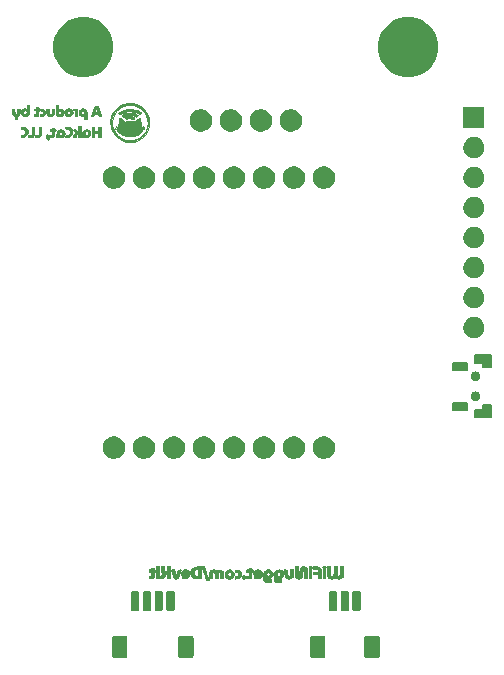
<source format=gbs>
G04 #@! TF.GenerationSoftware,KiCad,Pcbnew,5.1.5+dfsg1-2build2*
G04 #@! TF.CreationDate,2022-05-18T23:03:37-07:00*
G04 #@! TF.ProjectId,v3.0-Dev-Kit,76332e30-2d44-4657-962d-4b69742e6b69,rev?*
G04 #@! TF.SameCoordinates,Original*
G04 #@! TF.FileFunction,Soldermask,Bot*
G04 #@! TF.FilePolarity,Negative*
%FSLAX46Y46*%
G04 Gerber Fmt 4.6, Leading zero omitted, Abs format (unit mm)*
G04 Created by KiCad (PCBNEW 5.1.5+dfsg1-2build2) date 2022-05-18 23:03:37*
%MOMM*%
%LPD*%
G04 APERTURE LIST*
%ADD10C,0.010000*%
%ADD11C,0.200000*%
%ADD12C,0.100000*%
%ADD13C,0.150000*%
G04 APERTURE END LIST*
D10*
G36*
X2063245Y-20257301D02*
G01*
X2167540Y-20332862D01*
X2230483Y-20420200D01*
X2271738Y-20544422D01*
X2272389Y-20665292D01*
X2238189Y-20775372D01*
X2174888Y-20867227D01*
X2088241Y-20933420D01*
X1984000Y-20966514D01*
X1867915Y-20959075D01*
X1824459Y-20945091D01*
X1727200Y-20906886D01*
X1727200Y-21055200D01*
X2133600Y-21055200D01*
X2133600Y-21258400D01*
X1866900Y-21258400D01*
X1743835Y-21257235D01*
X1660717Y-21252598D01*
X1606724Y-21242777D01*
X1571032Y-21226059D01*
X1550046Y-21208246D01*
X1515392Y-21165699D01*
X1492157Y-21113447D01*
X1478796Y-21041931D01*
X1473763Y-20941596D01*
X1475512Y-20802884D01*
X1476983Y-20756552D01*
X1487549Y-20593708D01*
X1488166Y-20590182D01*
X1736089Y-20590182D01*
X1747262Y-20662220D01*
X1788869Y-20719618D01*
X1858046Y-20749000D01*
X1879600Y-20750400D01*
X1955231Y-20729960D01*
X1996114Y-20687085D01*
X2024321Y-20603723D01*
X2005687Y-20522511D01*
X1943104Y-20455967D01*
X1942696Y-20455700D01*
X1893060Y-20428994D01*
X1853817Y-20433652D01*
X1816503Y-20455700D01*
X1758215Y-20516882D01*
X1736089Y-20590182D01*
X1488166Y-20590182D01*
X1508833Y-20472188D01*
X1544466Y-20383013D01*
X1598077Y-20317202D01*
X1673298Y-20265778D01*
X1676003Y-20264322D01*
X1806327Y-20219897D01*
X1939124Y-20218601D01*
X2063245Y-20257301D01*
G37*
X2063245Y-20257301D02*
X2167540Y-20332862D01*
X2230483Y-20420200D01*
X2271738Y-20544422D01*
X2272389Y-20665292D01*
X2238189Y-20775372D01*
X2174888Y-20867227D01*
X2088241Y-20933420D01*
X1984000Y-20966514D01*
X1867915Y-20959075D01*
X1824459Y-20945091D01*
X1727200Y-20906886D01*
X1727200Y-21055200D01*
X2133600Y-21055200D01*
X2133600Y-21258400D01*
X1866900Y-21258400D01*
X1743835Y-21257235D01*
X1660717Y-21252598D01*
X1606724Y-21242777D01*
X1571032Y-21226059D01*
X1550046Y-21208246D01*
X1515392Y-21165699D01*
X1492157Y-21113447D01*
X1478796Y-21041931D01*
X1473763Y-20941596D01*
X1475512Y-20802884D01*
X1476983Y-20756552D01*
X1487549Y-20593708D01*
X1488166Y-20590182D01*
X1736089Y-20590182D01*
X1747262Y-20662220D01*
X1788869Y-20719618D01*
X1858046Y-20749000D01*
X1879600Y-20750400D01*
X1955231Y-20729960D01*
X1996114Y-20687085D01*
X2024321Y-20603723D01*
X2005687Y-20522511D01*
X1943104Y-20455967D01*
X1942696Y-20455700D01*
X1893060Y-20428994D01*
X1853817Y-20433652D01*
X1816503Y-20455700D01*
X1758215Y-20516882D01*
X1736089Y-20590182D01*
X1488166Y-20590182D01*
X1508833Y-20472188D01*
X1544466Y-20383013D01*
X1598077Y-20317202D01*
X1673298Y-20265778D01*
X1676003Y-20264322D01*
X1806327Y-20219897D01*
X1939124Y-20218601D01*
X2063245Y-20257301D01*
G36*
X2926924Y-20239032D02*
G01*
X3040480Y-20301616D01*
X3121815Y-20400365D01*
X3165690Y-20530793D01*
X3167534Y-20543270D01*
X3164577Y-20675745D01*
X3123460Y-20791123D01*
X3051680Y-20882878D01*
X2956736Y-20944484D01*
X2846125Y-20969417D01*
X2727346Y-20951151D01*
X2707578Y-20943572D01*
X2612944Y-20904031D01*
X2620922Y-20973265D01*
X2627156Y-21008119D01*
X2643237Y-21029239D01*
X2680126Y-21040727D01*
X2748784Y-21046685D01*
X2825750Y-21049918D01*
X3022600Y-21057336D01*
X3022600Y-21258400D01*
X2760327Y-21258400D01*
X2640803Y-21257552D01*
X2560761Y-21253571D01*
X2508890Y-21244302D01*
X2473881Y-21227591D01*
X2444425Y-21201281D01*
X2440862Y-21197520D01*
X2418236Y-21170803D01*
X2402805Y-21141085D01*
X2393486Y-21099117D01*
X2389195Y-21035654D01*
X2388849Y-20941448D01*
X2391364Y-20807253D01*
X2391984Y-20780388D01*
X2395760Y-20638428D01*
X2396810Y-20615724D01*
X2632164Y-20615724D01*
X2650441Y-20688075D01*
X2665876Y-20710946D01*
X2721198Y-20742969D01*
X2795075Y-20747488D01*
X2863385Y-20724556D01*
X2881085Y-20710485D01*
X2918452Y-20641668D01*
X2917517Y-20562554D01*
X2882974Y-20489900D01*
X2819517Y-20440466D01*
X2803890Y-20434876D01*
X2737476Y-20437315D01*
X2682303Y-20477099D01*
X2644992Y-20540984D01*
X2632164Y-20615724D01*
X2396810Y-20615724D01*
X2400414Y-20537836D01*
X2407541Y-20469188D01*
X2418738Y-20423057D01*
X2435599Y-20390017D01*
X2459723Y-20360642D01*
X2463800Y-20356254D01*
X2570573Y-20268470D01*
X2691172Y-20224799D01*
X2786388Y-20217094D01*
X2926924Y-20239032D01*
G37*
X2926924Y-20239032D02*
X3040480Y-20301616D01*
X3121815Y-20400365D01*
X3165690Y-20530793D01*
X3167534Y-20543270D01*
X3164577Y-20675745D01*
X3123460Y-20791123D01*
X3051680Y-20882878D01*
X2956736Y-20944484D01*
X2846125Y-20969417D01*
X2727346Y-20951151D01*
X2707578Y-20943572D01*
X2612944Y-20904031D01*
X2620922Y-20973265D01*
X2627156Y-21008119D01*
X2643237Y-21029239D01*
X2680126Y-21040727D01*
X2748784Y-21046685D01*
X2825750Y-21049918D01*
X3022600Y-21057336D01*
X3022600Y-21258400D01*
X2760327Y-21258400D01*
X2640803Y-21257552D01*
X2560761Y-21253571D01*
X2508890Y-21244302D01*
X2473881Y-21227591D01*
X2444425Y-21201281D01*
X2440862Y-21197520D01*
X2418236Y-21170803D01*
X2402805Y-21141085D01*
X2393486Y-21099117D01*
X2389195Y-21035654D01*
X2388849Y-20941448D01*
X2391364Y-20807253D01*
X2391984Y-20780388D01*
X2395760Y-20638428D01*
X2396810Y-20615724D01*
X2632164Y-20615724D01*
X2650441Y-20688075D01*
X2665876Y-20710946D01*
X2721198Y-20742969D01*
X2795075Y-20747488D01*
X2863385Y-20724556D01*
X2881085Y-20710485D01*
X2918452Y-20641668D01*
X2917517Y-20562554D01*
X2882974Y-20489900D01*
X2819517Y-20440466D01*
X2803890Y-20434876D01*
X2737476Y-20437315D01*
X2682303Y-20477099D01*
X2644992Y-20540984D01*
X2632164Y-20615724D01*
X2396810Y-20615724D01*
X2400414Y-20537836D01*
X2407541Y-20469188D01*
X2418738Y-20423057D01*
X2435599Y-20390017D01*
X2459723Y-20360642D01*
X2463800Y-20356254D01*
X2570573Y-20268470D01*
X2691172Y-20224799D01*
X2786388Y-20217094D01*
X2926924Y-20239032D01*
G36*
X-3568545Y-19914571D02*
G01*
X-3533171Y-19920496D01*
X-3530600Y-19922881D01*
X-3522673Y-19948851D01*
X-3500392Y-20016167D01*
X-3466012Y-20118168D01*
X-3421788Y-20248192D01*
X-3369973Y-20399576D01*
X-3328638Y-20519781D01*
X-3126676Y-21106000D01*
X-3345915Y-21106000D01*
X-3540056Y-20540850D01*
X-3594967Y-20379677D01*
X-3643838Y-20233693D01*
X-3684355Y-20110020D01*
X-3714205Y-20015779D01*
X-3731072Y-19958092D01*
X-3733999Y-19943950D01*
X-3710136Y-19921532D01*
X-3643276Y-19912320D01*
X-3632200Y-19912200D01*
X-3568545Y-19914571D01*
G37*
X-3568545Y-19914571D02*
X-3533171Y-19920496D01*
X-3530600Y-19922881D01*
X-3522673Y-19948851D01*
X-3500392Y-20016167D01*
X-3466012Y-20118168D01*
X-3421788Y-20248192D01*
X-3369973Y-20399576D01*
X-3328638Y-20519781D01*
X-3126676Y-21106000D01*
X-3345915Y-21106000D01*
X-3540056Y-20540850D01*
X-3594967Y-20379677D01*
X-3643838Y-20233693D01*
X-3684355Y-20110020D01*
X-3714205Y-20015779D01*
X-3731072Y-19958092D01*
X-3733999Y-19943950D01*
X-3710136Y-19921532D01*
X-3643276Y-19912320D01*
X-3632200Y-19912200D01*
X-3568545Y-19914571D01*
G36*
X-6005690Y-20471575D02*
G01*
X-5974904Y-20574213D01*
X-5947117Y-20653173D01*
X-5925839Y-20699250D01*
X-5916096Y-20706525D01*
X-5901785Y-20674687D01*
X-5878842Y-20605702D01*
X-5851141Y-20511658D01*
X-5836526Y-20458300D01*
X-5775451Y-20229700D01*
X-5643626Y-20222022D01*
X-5569715Y-20221069D01*
X-5521881Y-20226884D01*
X-5511800Y-20233700D01*
X-5519329Y-20263719D01*
X-5539966Y-20332509D01*
X-5570786Y-20430634D01*
X-5608865Y-20548660D01*
X-5619750Y-20581922D01*
X-5665693Y-20718418D01*
X-5701684Y-20814809D01*
X-5731976Y-20879765D01*
X-5760818Y-20921957D01*
X-5792462Y-20950053D01*
X-5803900Y-20957500D01*
X-5882853Y-20995255D01*
X-5952349Y-20997790D01*
X-6007982Y-20980231D01*
X-6063308Y-20947302D01*
X-6087130Y-20924691D01*
X-6103256Y-20891003D01*
X-6130968Y-20820224D01*
X-6166374Y-20723646D01*
X-6205578Y-20612563D01*
X-6244687Y-20498268D01*
X-6279807Y-20392052D01*
X-6307044Y-20305209D01*
X-6322504Y-20249031D01*
X-6324600Y-20236012D01*
X-6301779Y-20225050D01*
X-6243570Y-20218180D01*
X-6200695Y-20217000D01*
X-6076789Y-20217000D01*
X-6005690Y-20471575D01*
G37*
X-6005690Y-20471575D02*
X-5974904Y-20574213D01*
X-5947117Y-20653173D01*
X-5925839Y-20699250D01*
X-5916096Y-20706525D01*
X-5901785Y-20674687D01*
X-5878842Y-20605702D01*
X-5851141Y-20511658D01*
X-5836526Y-20458300D01*
X-5775451Y-20229700D01*
X-5643626Y-20222022D01*
X-5569715Y-20221069D01*
X-5521881Y-20226884D01*
X-5511800Y-20233700D01*
X-5519329Y-20263719D01*
X-5539966Y-20332509D01*
X-5570786Y-20430634D01*
X-5608865Y-20548660D01*
X-5619750Y-20581922D01*
X-5665693Y-20718418D01*
X-5701684Y-20814809D01*
X-5731976Y-20879765D01*
X-5760818Y-20921957D01*
X-5792462Y-20950053D01*
X-5803900Y-20957500D01*
X-5882853Y-20995255D01*
X-5952349Y-20997790D01*
X-6007982Y-20980231D01*
X-6063308Y-20947302D01*
X-6087130Y-20924691D01*
X-6103256Y-20891003D01*
X-6130968Y-20820224D01*
X-6166374Y-20723646D01*
X-6205578Y-20612563D01*
X-6244687Y-20498268D01*
X-6279807Y-20392052D01*
X-6307044Y-20305209D01*
X-6322504Y-20249031D01*
X-6324600Y-20236012D01*
X-6301779Y-20225050D01*
X-6243570Y-20218180D01*
X-6200695Y-20217000D01*
X-6076789Y-20217000D01*
X-6005690Y-20471575D01*
G36*
X-1231486Y-20248281D02*
G01*
X-1129710Y-20307826D01*
X-1050544Y-20396856D01*
X-1003248Y-20514062D01*
X-997777Y-20545427D01*
X-1002511Y-20684410D01*
X-1051613Y-20807180D01*
X-1139403Y-20905143D01*
X-1260199Y-20969702D01*
X-1282700Y-20976491D01*
X-1359184Y-20995781D01*
X-1412274Y-21000595D01*
X-1466483Y-20989946D01*
X-1536700Y-20966248D01*
X-1657923Y-20899427D01*
X-1743426Y-20802536D01*
X-1789403Y-20684756D01*
X-1791047Y-20604350D01*
X-1549012Y-20604350D01*
X-1529187Y-20685547D01*
X-1477668Y-20743200D01*
X-1407900Y-20770562D01*
X-1333328Y-20760888D01*
X-1291051Y-20733763D01*
X-1253372Y-20669158D01*
X-1246443Y-20585969D01*
X-1269905Y-20505776D01*
X-1295400Y-20471000D01*
X-1348806Y-20429040D01*
X-1399698Y-20425518D01*
X-1455820Y-20449402D01*
X-1519278Y-20495369D01*
X-1545699Y-20556522D01*
X-1549012Y-20604350D01*
X-1791047Y-20604350D01*
X-1792052Y-20555270D01*
X-1755336Y-20438550D01*
X-1679442Y-20331075D01*
X-1579848Y-20259617D01*
X-1465817Y-20222870D01*
X-1346608Y-20219527D01*
X-1231486Y-20248281D01*
G37*
X-1231486Y-20248281D02*
X-1129710Y-20307826D01*
X-1050544Y-20396856D01*
X-1003248Y-20514062D01*
X-997777Y-20545427D01*
X-1002511Y-20684410D01*
X-1051613Y-20807180D01*
X-1139403Y-20905143D01*
X-1260199Y-20969702D01*
X-1282700Y-20976491D01*
X-1359184Y-20995781D01*
X-1412274Y-21000595D01*
X-1466483Y-20989946D01*
X-1536700Y-20966248D01*
X-1657923Y-20899427D01*
X-1743426Y-20802536D01*
X-1789403Y-20684756D01*
X-1791047Y-20604350D01*
X-1549012Y-20604350D01*
X-1529187Y-20685547D01*
X-1477668Y-20743200D01*
X-1407900Y-20770562D01*
X-1333328Y-20760888D01*
X-1291051Y-20733763D01*
X-1253372Y-20669158D01*
X-1246443Y-20585969D01*
X-1269905Y-20505776D01*
X-1295400Y-20471000D01*
X-1348806Y-20429040D01*
X-1399698Y-20425518D01*
X-1455820Y-20449402D01*
X-1519278Y-20495369D01*
X-1545699Y-20556522D01*
X-1549012Y-20604350D01*
X-1791047Y-20604350D01*
X-1792052Y-20555270D01*
X-1755336Y-20438550D01*
X-1679442Y-20331075D01*
X-1579848Y-20259617D01*
X-1465817Y-20222870D01*
X-1346608Y-20219527D01*
X-1231486Y-20248281D01*
G36*
X-130127Y-20713136D02*
G01*
X-76200Y-20750400D01*
X-32752Y-20812605D01*
X-35818Y-20872665D01*
X-85981Y-20940281D01*
X-87746Y-20942054D01*
X-137362Y-20986652D01*
X-175487Y-20999804D01*
X-223923Y-20988429D01*
X-228600Y-20986772D01*
X-292857Y-20941328D01*
X-324869Y-20872935D01*
X-320787Y-20798699D01*
X-283750Y-20741636D01*
X-209090Y-20703655D01*
X-130127Y-20713136D01*
G37*
X-130127Y-20713136D02*
X-76200Y-20750400D01*
X-32752Y-20812605D01*
X-35818Y-20872665D01*
X-85981Y-20940281D01*
X-87746Y-20942054D01*
X-137362Y-20986652D01*
X-175487Y-20999804D01*
X-223923Y-20988429D01*
X-228600Y-20986772D01*
X-292857Y-20941328D01*
X-324869Y-20872935D01*
X-320787Y-20798699D01*
X-283750Y-20741636D01*
X-209090Y-20703655D01*
X-130127Y-20713136D01*
G36*
X3517900Y-20229700D02*
G01*
X3525268Y-20469625D01*
X3532103Y-20601447D01*
X3545022Y-20690266D01*
X3567016Y-20743784D01*
X3601071Y-20769703D01*
X3644073Y-20775800D01*
X3704143Y-20764692D01*
X3745404Y-20727077D01*
X3770633Y-20656512D01*
X3782607Y-20546556D01*
X3784600Y-20449949D01*
X3784600Y-20217000D01*
X4013200Y-20217000D01*
X4013200Y-20484961D01*
X4009068Y-20642037D01*
X3994777Y-20757463D01*
X3967479Y-20839857D01*
X3924330Y-20897839D01*
X3863036Y-20939743D01*
X3754143Y-20977963D01*
X3633779Y-20992764D01*
X3527487Y-20981180D01*
X3521520Y-20979394D01*
X3425113Y-20935908D01*
X3355676Y-20870854D01*
X3309950Y-20777470D01*
X3284681Y-20648994D01*
X3276611Y-20478665D01*
X3276600Y-20470869D01*
X3276600Y-20214216D01*
X3517900Y-20229700D01*
G37*
X3517900Y-20229700D02*
X3525268Y-20469625D01*
X3532103Y-20601447D01*
X3545022Y-20690266D01*
X3567016Y-20743784D01*
X3601071Y-20769703D01*
X3644073Y-20775800D01*
X3704143Y-20764692D01*
X3745404Y-20727077D01*
X3770633Y-20656512D01*
X3782607Y-20546556D01*
X3784600Y-20449949D01*
X3784600Y-20217000D01*
X4013200Y-20217000D01*
X4013200Y-20484961D01*
X4009068Y-20642037D01*
X3994777Y-20757463D01*
X3967479Y-20839857D01*
X3924330Y-20897839D01*
X3863036Y-20939743D01*
X3754143Y-20977963D01*
X3633779Y-20992764D01*
X3527487Y-20981180D01*
X3521520Y-20979394D01*
X3425113Y-20935908D01*
X3355676Y-20870854D01*
X3309950Y-20777470D01*
X3284681Y-20648994D01*
X3276611Y-20478665D01*
X3276600Y-20470869D01*
X3276600Y-20214216D01*
X3517900Y-20229700D01*
G36*
X4984833Y-19970058D02*
G01*
X5067186Y-20003361D01*
X5116752Y-20043141D01*
X5153390Y-20093396D01*
X5178913Y-20161826D01*
X5195132Y-20256128D01*
X5203860Y-20384001D01*
X5206910Y-20553144D01*
X5207000Y-20597184D01*
X5207000Y-20979000D01*
X4954323Y-20979000D01*
X4947311Y-20591650D01*
X4940300Y-20204300D01*
X4813300Y-20204300D01*
X4800600Y-20513522D01*
X4794402Y-20645661D01*
X4787237Y-20737378D01*
X4777048Y-20799039D01*
X4761780Y-20841010D01*
X4739375Y-20873659D01*
X4726286Y-20888211D01*
X4657078Y-20939658D01*
X4565666Y-20981484D01*
X4477978Y-21002581D01*
X4457700Y-21003264D01*
X4418511Y-20993232D01*
X4358028Y-20970060D01*
X4353945Y-20968296D01*
X4281233Y-20922710D01*
X4220595Y-20864264D01*
X4200076Y-20834962D01*
X4185396Y-20801765D01*
X4175586Y-20756111D01*
X4169676Y-20689435D01*
X4166696Y-20593176D01*
X4165677Y-20458770D01*
X4165600Y-20378674D01*
X4165600Y-19963000D01*
X4419600Y-19963000D01*
X4419600Y-20353982D01*
X4420530Y-20509848D01*
X4423702Y-20621530D01*
X4429686Y-20695615D01*
X4439052Y-20738693D01*
X4452371Y-20757351D01*
X4454604Y-20758397D01*
X4493489Y-20761538D01*
X4520499Y-20732763D01*
X4537228Y-20666990D01*
X4545273Y-20559135D01*
X4546600Y-20465104D01*
X4554681Y-20285355D01*
X4580849Y-20149644D01*
X4627985Y-20053536D01*
X4698971Y-19992596D01*
X4796690Y-19962391D01*
X4876800Y-19957138D01*
X4984833Y-19970058D01*
G37*
X4984833Y-19970058D02*
X5067186Y-20003361D01*
X5116752Y-20043141D01*
X5153390Y-20093396D01*
X5178913Y-20161826D01*
X5195132Y-20256128D01*
X5203860Y-20384001D01*
X5206910Y-20553144D01*
X5207000Y-20597184D01*
X5207000Y-20979000D01*
X4954323Y-20979000D01*
X4947311Y-20591650D01*
X4940300Y-20204300D01*
X4813300Y-20204300D01*
X4800600Y-20513522D01*
X4794402Y-20645661D01*
X4787237Y-20737378D01*
X4777048Y-20799039D01*
X4761780Y-20841010D01*
X4739375Y-20873659D01*
X4726286Y-20888211D01*
X4657078Y-20939658D01*
X4565666Y-20981484D01*
X4477978Y-21002581D01*
X4457700Y-21003264D01*
X4418511Y-20993232D01*
X4358028Y-20970060D01*
X4353945Y-20968296D01*
X4281233Y-20922710D01*
X4220595Y-20864264D01*
X4200076Y-20834962D01*
X4185396Y-20801765D01*
X4175586Y-20756111D01*
X4169676Y-20689435D01*
X4166696Y-20593176D01*
X4165677Y-20458770D01*
X4165600Y-20378674D01*
X4165600Y-19963000D01*
X4419600Y-19963000D01*
X4419600Y-20353982D01*
X4420530Y-20509848D01*
X4423702Y-20621530D01*
X4429686Y-20695615D01*
X4439052Y-20738693D01*
X4452371Y-20757351D01*
X4454604Y-20758397D01*
X4493489Y-20761538D01*
X4520499Y-20732763D01*
X4537228Y-20666990D01*
X4545273Y-20559135D01*
X4546600Y-20465104D01*
X4554681Y-20285355D01*
X4580849Y-20149644D01*
X4627985Y-20053536D01*
X4698971Y-19992596D01*
X4796690Y-19962391D01*
X4876800Y-19957138D01*
X4984833Y-19970058D01*
G36*
X7137788Y-20312250D02*
G01*
X7139228Y-20441831D01*
X7142905Y-20553884D01*
X7148304Y-20638235D01*
X7154913Y-20684711D01*
X7156838Y-20689447D01*
X7217343Y-20740759D01*
X7292889Y-20754168D01*
X7365829Y-20730503D01*
X7415139Y-20677302D01*
X7425633Y-20632744D01*
X7434152Y-20548259D01*
X7439928Y-20434703D01*
X7442192Y-20302936D01*
X7442200Y-20294869D01*
X7442200Y-19963000D01*
X7696200Y-19963000D01*
X7696200Y-20307054D01*
X7696626Y-20445854D01*
X7698876Y-20543348D01*
X7704406Y-20609030D01*
X7714672Y-20652392D01*
X7731131Y-20682929D01*
X7755239Y-20710133D01*
X7758545Y-20713454D01*
X7812953Y-20761090D01*
X7855705Y-20770840D01*
X7906940Y-20743818D01*
X7934074Y-20723156D01*
X7960587Y-20700856D01*
X7978970Y-20676816D01*
X7990712Y-20641996D01*
X7997301Y-20587358D01*
X8000226Y-20503864D01*
X8000975Y-20382474D01*
X8001000Y-20316756D01*
X8001000Y-19963000D01*
X8255000Y-19963000D01*
X8255000Y-20334191D01*
X8252169Y-20513960D01*
X8242058Y-20651182D01*
X8222233Y-20753877D01*
X8190262Y-20830067D01*
X8143715Y-20887772D01*
X8080159Y-20935013D01*
X8071201Y-20940402D01*
X7973390Y-20975325D01*
X7853285Y-20986495D01*
X7733630Y-20973662D01*
X7651750Y-20945024D01*
X7590571Y-20918021D01*
X7544527Y-20918183D01*
X7498472Y-20938070D01*
X7371704Y-20981110D01*
X7236359Y-20990497D01*
X7169786Y-20980512D01*
X7074959Y-20950058D01*
X7003013Y-20907258D01*
X6951007Y-20845475D01*
X6916003Y-20758070D01*
X6895059Y-20638403D01*
X6885237Y-20479836D01*
X6883400Y-20333811D01*
X6883400Y-19963000D01*
X7137400Y-19963000D01*
X7137788Y-20312250D01*
G37*
X7137788Y-20312250D02*
X7139228Y-20441831D01*
X7142905Y-20553884D01*
X7148304Y-20638235D01*
X7154913Y-20684711D01*
X7156838Y-20689447D01*
X7217343Y-20740759D01*
X7292889Y-20754168D01*
X7365829Y-20730503D01*
X7415139Y-20677302D01*
X7425633Y-20632744D01*
X7434152Y-20548259D01*
X7439928Y-20434703D01*
X7442192Y-20302936D01*
X7442200Y-20294869D01*
X7442200Y-19963000D01*
X7696200Y-19963000D01*
X7696200Y-20307054D01*
X7696626Y-20445854D01*
X7698876Y-20543348D01*
X7704406Y-20609030D01*
X7714672Y-20652392D01*
X7731131Y-20682929D01*
X7755239Y-20710133D01*
X7758545Y-20713454D01*
X7812953Y-20761090D01*
X7855705Y-20770840D01*
X7906940Y-20743818D01*
X7934074Y-20723156D01*
X7960587Y-20700856D01*
X7978970Y-20676816D01*
X7990712Y-20641996D01*
X7997301Y-20587358D01*
X8000226Y-20503864D01*
X8000975Y-20382474D01*
X8001000Y-20316756D01*
X8001000Y-19963000D01*
X8255000Y-19963000D01*
X8255000Y-20334191D01*
X8252169Y-20513960D01*
X8242058Y-20651182D01*
X8222233Y-20753877D01*
X8190262Y-20830067D01*
X8143715Y-20887772D01*
X8080159Y-20935013D01*
X8071201Y-20940402D01*
X7973390Y-20975325D01*
X7853285Y-20986495D01*
X7733630Y-20973662D01*
X7651750Y-20945024D01*
X7590571Y-20918021D01*
X7544527Y-20918183D01*
X7498472Y-20938070D01*
X7371704Y-20981110D01*
X7236359Y-20990497D01*
X7169786Y-20980512D01*
X7074959Y-20950058D01*
X7003013Y-20907258D01*
X6951007Y-20845475D01*
X6916003Y-20758070D01*
X6895059Y-20638403D01*
X6885237Y-20479836D01*
X6883400Y-20333811D01*
X6883400Y-19963000D01*
X7137400Y-19963000D01*
X7137788Y-20312250D01*
G36*
X-7841816Y-20066808D02*
G01*
X-7808526Y-20079562D01*
X-7798447Y-20112052D01*
X-7797800Y-20140800D01*
X-7790966Y-20195258D01*
X-7761914Y-20215180D01*
X-7734300Y-20217000D01*
X-7693389Y-20222545D01*
X-7675205Y-20248702D01*
X-7670823Y-20309752D01*
X-7670800Y-20318600D01*
X-7674266Y-20384059D01*
X-7690615Y-20413153D01*
X-7728771Y-20420163D01*
X-7734300Y-20420200D01*
X-7764985Y-20422166D01*
X-7783743Y-20434754D01*
X-7793509Y-20467993D01*
X-7797216Y-20531916D01*
X-7797800Y-20636552D01*
X-7797800Y-20637254D01*
X-7799173Y-20745573D01*
X-7805271Y-20816444D01*
X-7819067Y-20863188D01*
X-7843534Y-20899126D01*
X-7860146Y-20916654D01*
X-7905173Y-20953062D01*
X-7958465Y-20971992D01*
X-8037955Y-20978625D01*
X-8076046Y-20979000D01*
X-8229600Y-20979000D01*
X-8229600Y-20878933D01*
X-8226543Y-20814221D01*
X-8207978Y-20784322D01*
X-8159818Y-20773271D01*
X-8134350Y-20770983D01*
X-8039100Y-20763100D01*
X-8031590Y-20591650D01*
X-8024079Y-20420200D01*
X-8229600Y-20420200D01*
X-8229600Y-20318600D01*
X-8227156Y-20253567D01*
X-8210048Y-20224670D01*
X-8163609Y-20217244D01*
X-8128000Y-20217000D01*
X-8062854Y-20213990D01*
X-8033893Y-20197684D01*
X-8026561Y-20157162D01*
X-8026400Y-20140800D01*
X-8023087Y-20093943D01*
X-8003956Y-20071750D01*
X-7955221Y-20065030D01*
X-7912100Y-20064600D01*
X-7841816Y-20066808D01*
G37*
X-7841816Y-20066808D02*
X-7808526Y-20079562D01*
X-7798447Y-20112052D01*
X-7797800Y-20140800D01*
X-7790966Y-20195258D01*
X-7761914Y-20215180D01*
X-7734300Y-20217000D01*
X-7693389Y-20222545D01*
X-7675205Y-20248702D01*
X-7670823Y-20309752D01*
X-7670800Y-20318600D01*
X-7674266Y-20384059D01*
X-7690615Y-20413153D01*
X-7728771Y-20420163D01*
X-7734300Y-20420200D01*
X-7764985Y-20422166D01*
X-7783743Y-20434754D01*
X-7793509Y-20467993D01*
X-7797216Y-20531916D01*
X-7797800Y-20636552D01*
X-7797800Y-20637254D01*
X-7799173Y-20745573D01*
X-7805271Y-20816444D01*
X-7819067Y-20863188D01*
X-7843534Y-20899126D01*
X-7860146Y-20916654D01*
X-7905173Y-20953062D01*
X-7958465Y-20971992D01*
X-8037955Y-20978625D01*
X-8076046Y-20979000D01*
X-8229600Y-20979000D01*
X-8229600Y-20878933D01*
X-8226543Y-20814221D01*
X-8207978Y-20784322D01*
X-8159818Y-20773271D01*
X-8134350Y-20770983D01*
X-8039100Y-20763100D01*
X-8031590Y-20591650D01*
X-8024079Y-20420200D01*
X-8229600Y-20420200D01*
X-8229600Y-20318600D01*
X-8227156Y-20253567D01*
X-8210048Y-20224670D01*
X-8163609Y-20217244D01*
X-8128000Y-20217000D01*
X-8062854Y-20213990D01*
X-8033893Y-20197684D01*
X-8026561Y-20157162D01*
X-8026400Y-20140800D01*
X-8023087Y-20093943D01*
X-8003956Y-20071750D01*
X-7955221Y-20065030D01*
X-7912100Y-20064600D01*
X-7841816Y-20066808D01*
G36*
X-7366000Y-20979000D02*
G01*
X-7594600Y-20979000D01*
X-7594600Y-20217000D01*
X-7366000Y-20217000D01*
X-7366000Y-20979000D01*
G37*
X-7366000Y-20979000D02*
X-7594600Y-20979000D01*
X-7594600Y-20217000D01*
X-7366000Y-20217000D01*
X-7366000Y-20979000D01*
G36*
X-6959600Y-20115400D02*
G01*
X-6949242Y-20235064D01*
X-6915096Y-20313447D01*
X-6852556Y-20356306D01*
X-6757015Y-20369399D01*
X-6756400Y-20369400D01*
X-6654800Y-20369400D01*
X-6654800Y-19963000D01*
X-6400800Y-19963000D01*
X-6400800Y-20979000D01*
X-6654800Y-20979000D01*
X-6654800Y-20598000D01*
X-6725549Y-20598000D01*
X-6765541Y-20603578D01*
X-6798431Y-20626825D01*
X-6833202Y-20677505D01*
X-6878039Y-20763762D01*
X-6937074Y-20869091D01*
X-6996068Y-20934128D01*
X-7067846Y-20967723D01*
X-7165231Y-20978730D01*
X-7189854Y-20979000D01*
X-7289800Y-20979000D01*
X-7289800Y-20864700D01*
X-7287210Y-20794202D01*
X-7274305Y-20760801D01*
X-7243387Y-20750861D01*
X-7225259Y-20750400D01*
X-7179215Y-20740226D01*
X-7143485Y-20701853D01*
X-7113956Y-20642450D01*
X-7086716Y-20574873D01*
X-7080635Y-20534709D01*
X-7095462Y-20503302D01*
X-7111824Y-20483700D01*
X-7165472Y-20411031D01*
X-7196948Y-20333079D01*
X-7211208Y-20233229D01*
X-7213600Y-20142469D01*
X-7213600Y-19963000D01*
X-6959600Y-19963000D01*
X-6959600Y-20115400D01*
G37*
X-6959600Y-20115400D02*
X-6949242Y-20235064D01*
X-6915096Y-20313447D01*
X-6852556Y-20356306D01*
X-6757015Y-20369399D01*
X-6756400Y-20369400D01*
X-6654800Y-20369400D01*
X-6654800Y-19963000D01*
X-6400800Y-19963000D01*
X-6400800Y-20979000D01*
X-6654800Y-20979000D01*
X-6654800Y-20598000D01*
X-6725549Y-20598000D01*
X-6765541Y-20603578D01*
X-6798431Y-20626825D01*
X-6833202Y-20677505D01*
X-6878039Y-20763762D01*
X-6937074Y-20869091D01*
X-6996068Y-20934128D01*
X-7067846Y-20967723D01*
X-7165231Y-20978730D01*
X-7189854Y-20979000D01*
X-7289800Y-20979000D01*
X-7289800Y-20864700D01*
X-7287210Y-20794202D01*
X-7274305Y-20760801D01*
X-7243387Y-20750861D01*
X-7225259Y-20750400D01*
X-7179215Y-20740226D01*
X-7143485Y-20701853D01*
X-7113956Y-20642450D01*
X-7086716Y-20574873D01*
X-7080635Y-20534709D01*
X-7095462Y-20503302D01*
X-7111824Y-20483700D01*
X-7165472Y-20411031D01*
X-7196948Y-20333079D01*
X-7211208Y-20233229D01*
X-7213600Y-20142469D01*
X-7213600Y-19963000D01*
X-6959600Y-19963000D01*
X-6959600Y-20115400D01*
G36*
X-4992947Y-20238767D02*
G01*
X-4883510Y-20301389D01*
X-4805884Y-20401885D01*
X-4763469Y-20537088D01*
X-4760032Y-20563037D01*
X-4766461Y-20699150D01*
X-4816014Y-20811223D01*
X-4905797Y-20896738D01*
X-5032920Y-20953176D01*
X-5194489Y-20978018D01*
X-5237782Y-20979000D01*
X-5410200Y-20979000D01*
X-5410200Y-20775800D01*
X-5260614Y-20775800D01*
X-5156593Y-20769733D01*
X-5086272Y-20749004D01*
X-5051064Y-20725845D01*
X-4991100Y-20675890D01*
X-5486400Y-20674200D01*
X-5486400Y-20584484D01*
X-5474960Y-20510914D01*
X-5257800Y-20510914D01*
X-5234930Y-20517107D01*
X-5176419Y-20521050D01*
X-5129907Y-20521800D01*
X-5055448Y-20520262D01*
X-5021782Y-20512291D01*
X-5018918Y-20492848D01*
X-5029200Y-20471000D01*
X-5076018Y-20430209D01*
X-5141853Y-20422816D01*
X-5206455Y-20449990D01*
X-5217886Y-20460114D01*
X-5249562Y-20496071D01*
X-5257800Y-20510914D01*
X-5474960Y-20510914D01*
X-5464979Y-20446728D01*
X-5404237Y-20336537D01*
X-5309455Y-20259367D01*
X-5185915Y-20220673D01*
X-5130800Y-20217189D01*
X-4992947Y-20238767D01*
G37*
X-4992947Y-20238767D02*
X-4883510Y-20301389D01*
X-4805884Y-20401885D01*
X-4763469Y-20537088D01*
X-4760032Y-20563037D01*
X-4766461Y-20699150D01*
X-4816014Y-20811223D01*
X-4905797Y-20896738D01*
X-5032920Y-20953176D01*
X-5194489Y-20978018D01*
X-5237782Y-20979000D01*
X-5410200Y-20979000D01*
X-5410200Y-20775800D01*
X-5260614Y-20775800D01*
X-5156593Y-20769733D01*
X-5086272Y-20749004D01*
X-5051064Y-20725845D01*
X-4991100Y-20675890D01*
X-5486400Y-20674200D01*
X-5486400Y-20584484D01*
X-5474960Y-20510914D01*
X-5257800Y-20510914D01*
X-5234930Y-20517107D01*
X-5176419Y-20521050D01*
X-5129907Y-20521800D01*
X-5055448Y-20520262D01*
X-5021782Y-20512291D01*
X-5018918Y-20492848D01*
X-5029200Y-20471000D01*
X-5076018Y-20430209D01*
X-5141853Y-20422816D01*
X-5206455Y-20449990D01*
X-5217886Y-20460114D01*
X-5249562Y-20496071D01*
X-5257800Y-20510914D01*
X-5474960Y-20510914D01*
X-5464979Y-20446728D01*
X-5404237Y-20336537D01*
X-5309455Y-20259367D01*
X-5185915Y-20220673D01*
X-5130800Y-20217189D01*
X-4992947Y-20238767D01*
G36*
X-3784600Y-20979000D02*
G01*
X-4032250Y-20976709D01*
X-4149781Y-20973229D01*
X-4257262Y-20965824D01*
X-4338328Y-20955798D01*
X-4363431Y-20950328D01*
X-4430413Y-20917968D01*
X-4507165Y-20862643D01*
X-4544248Y-20828952D01*
X-4631955Y-20709501D01*
X-4678964Y-20574930D01*
X-4684446Y-20483984D01*
X-4419600Y-20483984D01*
X-4412490Y-20569595D01*
X-4384508Y-20631407D01*
X-4345354Y-20676153D01*
X-4283752Y-20726045D01*
X-4216776Y-20747202D01*
X-4154854Y-20750400D01*
X-4038600Y-20750400D01*
X-4038600Y-20191600D01*
X-4128762Y-20191600D01*
X-4231004Y-20207237D01*
X-4323131Y-20248292D01*
X-4386626Y-20305979D01*
X-4393448Y-20317193D01*
X-4409474Y-20372040D01*
X-4418711Y-20451867D01*
X-4419600Y-20483984D01*
X-4684446Y-20483984D01*
X-4687424Y-20434600D01*
X-4659484Y-20297869D01*
X-4597293Y-20174097D01*
X-4503002Y-20072643D01*
X-4378758Y-20002865D01*
X-4352544Y-19994140D01*
X-4278880Y-19979859D01*
X-4173497Y-19969027D01*
X-4055446Y-19963408D01*
X-4016604Y-19963000D01*
X-3784600Y-19963000D01*
X-3784600Y-20979000D01*
G37*
X-3784600Y-20979000D02*
X-4032250Y-20976709D01*
X-4149781Y-20973229D01*
X-4257262Y-20965824D01*
X-4338328Y-20955798D01*
X-4363431Y-20950328D01*
X-4430413Y-20917968D01*
X-4507165Y-20862643D01*
X-4544248Y-20828952D01*
X-4631955Y-20709501D01*
X-4678964Y-20574930D01*
X-4684446Y-20483984D01*
X-4419600Y-20483984D01*
X-4412490Y-20569595D01*
X-4384508Y-20631407D01*
X-4345354Y-20676153D01*
X-4283752Y-20726045D01*
X-4216776Y-20747202D01*
X-4154854Y-20750400D01*
X-4038600Y-20750400D01*
X-4038600Y-20191600D01*
X-4128762Y-20191600D01*
X-4231004Y-20207237D01*
X-4323131Y-20248292D01*
X-4386626Y-20305979D01*
X-4393448Y-20317193D01*
X-4409474Y-20372040D01*
X-4418711Y-20451867D01*
X-4419600Y-20483984D01*
X-4684446Y-20483984D01*
X-4687424Y-20434600D01*
X-4659484Y-20297869D01*
X-4597293Y-20174097D01*
X-4503002Y-20072643D01*
X-4378758Y-20002865D01*
X-4352544Y-19994140D01*
X-4278880Y-19979859D01*
X-4173497Y-19969027D01*
X-4055446Y-19963408D01*
X-4016604Y-19963000D01*
X-3784600Y-19963000D01*
X-3784600Y-20979000D01*
G36*
X-2622107Y-20238190D02*
G01*
X-2582367Y-20254831D01*
X-2526514Y-20277786D01*
X-2479302Y-20273405D01*
X-2432162Y-20251873D01*
X-2338060Y-20223679D01*
X-2216600Y-20222783D01*
X-2123010Y-20236633D01*
X-2056455Y-20265731D01*
X-1998504Y-20314905D01*
X-1963762Y-20351235D01*
X-1940449Y-20384993D01*
X-1925908Y-20427263D01*
X-1917480Y-20489127D01*
X-1912505Y-20581669D01*
X-1909165Y-20687321D01*
X-1900629Y-20979000D01*
X-2159000Y-20979000D01*
X-2159000Y-20724455D01*
X-2159594Y-20608532D01*
X-2162917Y-20533050D01*
X-2171288Y-20487652D01*
X-2187023Y-20461982D01*
X-2212438Y-20445682D01*
X-2222397Y-20441025D01*
X-2278140Y-20425855D01*
X-2324241Y-20447466D01*
X-2336697Y-20458206D01*
X-2361125Y-20486801D01*
X-2376331Y-20526466D01*
X-2384388Y-20588731D01*
X-2387366Y-20685123D01*
X-2387600Y-20741636D01*
X-2387600Y-20979000D01*
X-2641600Y-20979000D01*
X-2641600Y-20724455D01*
X-2642194Y-20608532D01*
X-2645517Y-20533050D01*
X-2653888Y-20487652D01*
X-2669623Y-20461982D01*
X-2695038Y-20445682D01*
X-2704997Y-20441025D01*
X-2760740Y-20425855D01*
X-2806841Y-20447466D01*
X-2819297Y-20458206D01*
X-2843725Y-20486801D01*
X-2858931Y-20526466D01*
X-2866988Y-20588731D01*
X-2869966Y-20685123D01*
X-2870200Y-20741636D01*
X-2870200Y-20979000D01*
X-3124200Y-20979000D01*
X-3124200Y-20736884D01*
X-3118463Y-20574202D01*
X-3099342Y-20452682D01*
X-3063972Y-20363789D01*
X-3009487Y-20298986D01*
X-2966979Y-20268451D01*
X-2861661Y-20228834D01*
X-2738705Y-20218464D01*
X-2622107Y-20238190D01*
G37*
X-2622107Y-20238190D02*
X-2582367Y-20254831D01*
X-2526514Y-20277786D01*
X-2479302Y-20273405D01*
X-2432162Y-20251873D01*
X-2338060Y-20223679D01*
X-2216600Y-20222783D01*
X-2123010Y-20236633D01*
X-2056455Y-20265731D01*
X-1998504Y-20314905D01*
X-1963762Y-20351235D01*
X-1940449Y-20384993D01*
X-1925908Y-20427263D01*
X-1917480Y-20489127D01*
X-1912505Y-20581669D01*
X-1909165Y-20687321D01*
X-1900629Y-20979000D01*
X-2159000Y-20979000D01*
X-2159000Y-20724455D01*
X-2159594Y-20608532D01*
X-2162917Y-20533050D01*
X-2171288Y-20487652D01*
X-2187023Y-20461982D01*
X-2212438Y-20445682D01*
X-2222397Y-20441025D01*
X-2278140Y-20425855D01*
X-2324241Y-20447466D01*
X-2336697Y-20458206D01*
X-2361125Y-20486801D01*
X-2376331Y-20526466D01*
X-2384388Y-20588731D01*
X-2387366Y-20685123D01*
X-2387600Y-20741636D01*
X-2387600Y-20979000D01*
X-2641600Y-20979000D01*
X-2641600Y-20724455D01*
X-2642194Y-20608532D01*
X-2645517Y-20533050D01*
X-2653888Y-20487652D01*
X-2669623Y-20461982D01*
X-2695038Y-20445682D01*
X-2704997Y-20441025D01*
X-2760740Y-20425855D01*
X-2806841Y-20447466D01*
X-2819297Y-20458206D01*
X-2843725Y-20486801D01*
X-2858931Y-20526466D01*
X-2866988Y-20588731D01*
X-2869966Y-20685123D01*
X-2870200Y-20741636D01*
X-2870200Y-20979000D01*
X-3124200Y-20979000D01*
X-3124200Y-20736884D01*
X-3118463Y-20574202D01*
X-3099342Y-20452682D01*
X-3063972Y-20363789D01*
X-3009487Y-20298986D01*
X-2966979Y-20268451D01*
X-2861661Y-20228834D01*
X-2738705Y-20218464D01*
X-2622107Y-20238190D01*
G36*
X-774133Y-20235852D02*
G01*
X-747777Y-20240532D01*
X-606247Y-20287264D01*
X-499871Y-20364996D01*
X-432261Y-20467596D01*
X-407027Y-20588934D01*
X-427783Y-20722881D01*
X-441627Y-20760139D01*
X-511068Y-20863289D01*
X-618145Y-20934340D01*
X-759555Y-20971275D01*
X-792089Y-20974421D01*
X-939800Y-20985105D01*
X-939800Y-20880452D01*
X-937201Y-20814108D01*
X-921759Y-20784128D01*
X-882005Y-20776096D01*
X-856552Y-20775800D01*
X-755877Y-20757880D01*
X-688922Y-20707013D01*
X-660919Y-20627532D01*
X-660400Y-20613196D01*
X-680670Y-20524728D01*
X-741131Y-20467147D01*
X-838200Y-20441235D01*
X-898857Y-20430174D01*
X-925789Y-20401569D01*
X-935301Y-20347120D01*
X-935595Y-20277323D01*
X-914346Y-20238646D01*
X-863282Y-20226390D01*
X-774133Y-20235852D01*
G37*
X-774133Y-20235852D02*
X-747777Y-20240532D01*
X-606247Y-20287264D01*
X-499871Y-20364996D01*
X-432261Y-20467596D01*
X-407027Y-20588934D01*
X-427783Y-20722881D01*
X-441627Y-20760139D01*
X-511068Y-20863289D01*
X-618145Y-20934340D01*
X-759555Y-20971275D01*
X-792089Y-20974421D01*
X-939800Y-20985105D01*
X-939800Y-20880452D01*
X-937201Y-20814108D01*
X-921759Y-20784128D01*
X-882005Y-20776096D01*
X-856552Y-20775800D01*
X-755877Y-20757880D01*
X-688922Y-20707013D01*
X-660919Y-20627532D01*
X-660400Y-20613196D01*
X-680670Y-20524728D01*
X-741131Y-20467147D01*
X-838200Y-20441235D01*
X-898857Y-20430174D01*
X-925789Y-20401569D01*
X-935301Y-20347120D01*
X-935595Y-20277323D01*
X-914346Y-20238646D01*
X-863282Y-20226390D01*
X-774133Y-20235852D01*
G36*
X438584Y-20066808D02*
G01*
X471874Y-20079562D01*
X481953Y-20112052D01*
X482600Y-20140800D01*
X489434Y-20195258D01*
X518486Y-20215180D01*
X546100Y-20217000D01*
X587011Y-20222545D01*
X605195Y-20248702D01*
X609577Y-20309752D01*
X609600Y-20318600D01*
X606134Y-20384059D01*
X589785Y-20413153D01*
X551629Y-20420163D01*
X546100Y-20420200D01*
X515415Y-20422166D01*
X496657Y-20434754D01*
X486891Y-20467993D01*
X483184Y-20531916D01*
X482600Y-20636552D01*
X482600Y-20637254D01*
X481227Y-20745573D01*
X475129Y-20816444D01*
X461333Y-20863188D01*
X436866Y-20899126D01*
X420254Y-20916654D01*
X375227Y-20953062D01*
X321935Y-20971992D01*
X242445Y-20978625D01*
X204354Y-20979000D01*
X50800Y-20979000D01*
X50800Y-20878933D01*
X53857Y-20814221D01*
X72422Y-20784322D01*
X120582Y-20773271D01*
X146050Y-20770983D01*
X241300Y-20763100D01*
X248810Y-20591650D01*
X256321Y-20420200D01*
X50800Y-20420200D01*
X50800Y-20318600D01*
X53244Y-20253567D01*
X70352Y-20224670D01*
X116791Y-20217244D01*
X152400Y-20217000D01*
X217546Y-20213990D01*
X246507Y-20197684D01*
X253839Y-20157162D01*
X254000Y-20140800D01*
X257313Y-20093943D01*
X276444Y-20071750D01*
X325179Y-20065030D01*
X368300Y-20064600D01*
X438584Y-20066808D01*
G37*
X438584Y-20066808D02*
X471874Y-20079562D01*
X481953Y-20112052D01*
X482600Y-20140800D01*
X489434Y-20195258D01*
X518486Y-20215180D01*
X546100Y-20217000D01*
X587011Y-20222545D01*
X605195Y-20248702D01*
X609577Y-20309752D01*
X609600Y-20318600D01*
X606134Y-20384059D01*
X589785Y-20413153D01*
X551629Y-20420163D01*
X546100Y-20420200D01*
X515415Y-20422166D01*
X496657Y-20434754D01*
X486891Y-20467993D01*
X483184Y-20531916D01*
X482600Y-20636552D01*
X482600Y-20637254D01*
X481227Y-20745573D01*
X475129Y-20816444D01*
X461333Y-20863188D01*
X436866Y-20899126D01*
X420254Y-20916654D01*
X375227Y-20953062D01*
X321935Y-20971992D01*
X242445Y-20978625D01*
X204354Y-20979000D01*
X50800Y-20979000D01*
X50800Y-20878933D01*
X53857Y-20814221D01*
X72422Y-20784322D01*
X120582Y-20773271D01*
X146050Y-20770983D01*
X241300Y-20763100D01*
X248810Y-20591650D01*
X256321Y-20420200D01*
X50800Y-20420200D01*
X50800Y-20318600D01*
X53244Y-20253567D01*
X70352Y-20224670D01*
X116791Y-20217244D01*
X152400Y-20217000D01*
X217546Y-20213990D01*
X246507Y-20197684D01*
X253839Y-20157162D01*
X254000Y-20140800D01*
X257313Y-20093943D01*
X276444Y-20071750D01*
X325179Y-20065030D01*
X368300Y-20064600D01*
X438584Y-20066808D01*
G36*
X1120756Y-20234506D02*
G01*
X1192233Y-20263412D01*
X1290135Y-20341486D01*
X1348090Y-20449847D01*
X1366640Y-20589648D01*
X1365177Y-20629775D01*
X1339123Y-20761449D01*
X1278740Y-20860458D01*
X1181635Y-20928532D01*
X1045416Y-20967402D01*
X882650Y-20978858D01*
X736600Y-20979000D01*
X736600Y-20775800D01*
X887185Y-20775800D01*
X990355Y-20769992D01*
X1055860Y-20750748D01*
X1082341Y-20731350D01*
X1100553Y-20710177D01*
X1098484Y-20696590D01*
X1068395Y-20688378D01*
X1002550Y-20683328D01*
X900844Y-20679480D01*
X779367Y-20672043D01*
X695772Y-20659454D01*
X656255Y-20642674D01*
X655307Y-20641380D01*
X645409Y-20589417D01*
X654410Y-20510929D01*
X657087Y-20501480D01*
X889000Y-20501480D01*
X911711Y-20513600D01*
X969171Y-20520869D01*
X1003300Y-20521800D01*
X1071478Y-20517762D01*
X1112364Y-20507547D01*
X1117600Y-20501480D01*
X1095812Y-20459312D01*
X1044529Y-20427835D01*
X1003300Y-20420200D01*
X944002Y-20435693D01*
X899737Y-20472161D01*
X889000Y-20501480D01*
X657087Y-20501480D01*
X678764Y-20424967D01*
X707012Y-20363460D01*
X779065Y-20285867D01*
X881248Y-20236612D01*
X999749Y-20218542D01*
X1120756Y-20234506D01*
G37*
X1120756Y-20234506D02*
X1192233Y-20263412D01*
X1290135Y-20341486D01*
X1348090Y-20449847D01*
X1366640Y-20589648D01*
X1365177Y-20629775D01*
X1339123Y-20761449D01*
X1278740Y-20860458D01*
X1181635Y-20928532D01*
X1045416Y-20967402D01*
X882650Y-20978858D01*
X736600Y-20979000D01*
X736600Y-20775800D01*
X887185Y-20775800D01*
X990355Y-20769992D01*
X1055860Y-20750748D01*
X1082341Y-20731350D01*
X1100553Y-20710177D01*
X1098484Y-20696590D01*
X1068395Y-20688378D01*
X1002550Y-20683328D01*
X900844Y-20679480D01*
X779367Y-20672043D01*
X695772Y-20659454D01*
X656255Y-20642674D01*
X655307Y-20641380D01*
X645409Y-20589417D01*
X654410Y-20510929D01*
X657087Y-20501480D01*
X889000Y-20501480D01*
X911711Y-20513600D01*
X969171Y-20520869D01*
X1003300Y-20521800D01*
X1071478Y-20517762D01*
X1112364Y-20507547D01*
X1117600Y-20501480D01*
X1095812Y-20459312D01*
X1044529Y-20427835D01*
X1003300Y-20420200D01*
X944002Y-20435693D01*
X899737Y-20472161D01*
X889000Y-20501480D01*
X657087Y-20501480D01*
X678764Y-20424967D01*
X707012Y-20363460D01*
X779065Y-20285867D01*
X881248Y-20236612D01*
X999749Y-20218542D01*
X1120756Y-20234506D01*
G36*
X5562600Y-20979000D02*
G01*
X5334000Y-20979000D01*
X5334000Y-20217000D01*
X5562600Y-20217000D01*
X5562600Y-20979000D01*
G37*
X5562600Y-20979000D02*
X5334000Y-20979000D01*
X5334000Y-20217000D01*
X5562600Y-20217000D01*
X5562600Y-20979000D01*
G36*
X5899150Y-19963094D02*
G01*
X6022612Y-19965486D01*
X6108807Y-19973944D01*
X6171114Y-19990569D01*
X6215416Y-20012771D01*
X6272112Y-20052679D01*
X6313797Y-20098631D01*
X6342702Y-20158762D01*
X6361055Y-20241209D01*
X6371085Y-20354107D01*
X6375020Y-20505592D01*
X6375400Y-20596738D01*
X6375400Y-20979000D01*
X6096000Y-20979000D01*
X6096000Y-20623400D01*
X5715000Y-20623400D01*
X5715000Y-20394800D01*
X6099066Y-20394800D01*
X6083300Y-20204300D01*
X5873750Y-20196922D01*
X5664200Y-20189545D01*
X5664200Y-19963000D01*
X5899150Y-19963094D01*
G37*
X5899150Y-19963094D02*
X6022612Y-19965486D01*
X6108807Y-19973944D01*
X6171114Y-19990569D01*
X6215416Y-20012771D01*
X6272112Y-20052679D01*
X6313797Y-20098631D01*
X6342702Y-20158762D01*
X6361055Y-20241209D01*
X6371085Y-20354107D01*
X6375020Y-20505592D01*
X6375400Y-20596738D01*
X6375400Y-20979000D01*
X6096000Y-20979000D01*
X6096000Y-20623400D01*
X5715000Y-20623400D01*
X5715000Y-20394800D01*
X6099066Y-20394800D01*
X6083300Y-20204300D01*
X5873750Y-20196922D01*
X5664200Y-20189545D01*
X5664200Y-19963000D01*
X5899150Y-19963094D01*
G36*
X6731000Y-20979000D02*
G01*
X6502400Y-20979000D01*
X6502400Y-20217000D01*
X6731000Y-20217000D01*
X6731000Y-20979000D01*
G37*
X6731000Y-20979000D02*
X6502400Y-20979000D01*
X6502400Y-20217000D01*
X6731000Y-20217000D01*
X6731000Y-20979000D01*
G36*
X-7427405Y-19899754D02*
G01*
X-7382637Y-19933250D01*
X-7345788Y-20004146D01*
X-7350083Y-20075919D01*
X-7389498Y-20134202D01*
X-7458011Y-20164625D01*
X-7480300Y-20166200D01*
X-7545260Y-20149676D01*
X-7580086Y-20126285D01*
X-7615662Y-20058959D01*
X-7610029Y-19983590D01*
X-7573550Y-19928836D01*
X-7500935Y-19890915D01*
X-7427405Y-19899754D01*
G37*
X-7427405Y-19899754D02*
X-7382637Y-19933250D01*
X-7345788Y-20004146D01*
X-7350083Y-20075919D01*
X-7389498Y-20134202D01*
X-7458011Y-20164625D01*
X-7480300Y-20166200D01*
X-7545260Y-20149676D01*
X-7580086Y-20126285D01*
X-7615662Y-20058959D01*
X-7610029Y-19983590D01*
X-7573550Y-19928836D01*
X-7500935Y-19890915D01*
X-7427405Y-19899754D01*
G36*
X5544050Y-19931175D02*
G01*
X5545963Y-19933250D01*
X5580196Y-19999061D01*
X5585147Y-20073743D01*
X5559469Y-20133694D01*
X5557520Y-20135720D01*
X5499118Y-20162798D01*
X5425377Y-20160066D01*
X5360659Y-20129404D01*
X5350636Y-20119749D01*
X5313096Y-20056059D01*
X5321146Y-19989931D01*
X5348140Y-19943251D01*
X5407278Y-19896479D01*
X5478335Y-19892163D01*
X5544050Y-19931175D01*
G37*
X5544050Y-19931175D02*
X5545963Y-19933250D01*
X5580196Y-19999061D01*
X5585147Y-20073743D01*
X5559469Y-20133694D01*
X5557520Y-20135720D01*
X5499118Y-20162798D01*
X5425377Y-20160066D01*
X5360659Y-20129404D01*
X5350636Y-20119749D01*
X5313096Y-20056059D01*
X5321146Y-19989931D01*
X5348140Y-19943251D01*
X5407278Y-19896479D01*
X5478335Y-19892163D01*
X5544050Y-19931175D01*
G36*
X6665200Y-19899862D02*
G01*
X6723879Y-19940956D01*
X6754748Y-20010301D01*
X6756400Y-20033035D01*
X6735458Y-20103357D01*
X6683033Y-20148902D01*
X6614722Y-20163973D01*
X6546124Y-20142873D01*
X6519036Y-20119749D01*
X6481115Y-20047134D01*
X6489954Y-19973604D01*
X6523450Y-19928836D01*
X6593470Y-19893622D01*
X6665200Y-19899862D01*
G37*
X6665200Y-19899862D02*
X6723879Y-19940956D01*
X6754748Y-20010301D01*
X6756400Y-20033035D01*
X6735458Y-20103357D01*
X6683033Y-20148902D01*
X6614722Y-20163973D01*
X6546124Y-20142873D01*
X6519036Y-20119749D01*
X6481115Y-20047134D01*
X6489954Y-19973604D01*
X6523450Y-19928836D01*
X6593470Y-19893622D01*
X6665200Y-19899862D01*
G36*
X-9662638Y19260610D02*
G01*
X-9554126Y19252833D01*
X-9461391Y19237380D01*
X-9366957Y19211775D01*
X-9309818Y19193097D01*
X-9037520Y19075515D01*
X-8797476Y18919636D01*
X-8591827Y18728078D01*
X-8422713Y18503456D01*
X-8292275Y18248388D01*
X-8202654Y17965490D01*
X-8172055Y17802555D01*
X-8160788Y17560438D01*
X-8194000Y17301270D01*
X-8260702Y17060278D01*
X-8371486Y16812785D01*
X-8521718Y16590201D01*
X-8705624Y16395824D01*
X-8917433Y16232951D01*
X-9151373Y16104881D01*
X-9401670Y16014910D01*
X-9662554Y15966337D01*
X-9928250Y15962460D01*
X-10131092Y15991704D01*
X-10419392Y16078412D01*
X-10679298Y16206127D01*
X-10908279Y16372608D01*
X-11103801Y16575614D01*
X-11263335Y16812905D01*
X-11384348Y17082242D01*
X-11393615Y17109018D01*
X-11443277Y17312788D01*
X-11466861Y17540552D01*
X-11465706Y17629000D01*
X-11313550Y17629000D01*
X-11308136Y17447148D01*
X-11285281Y17291126D01*
X-11240186Y17139994D01*
X-11168053Y16972812D01*
X-11158768Y16953582D01*
X-11018318Y16721410D01*
X-10840486Y16521741D01*
X-10629410Y16357816D01*
X-10389231Y16232870D01*
X-10134600Y16152483D01*
X-9976664Y16121752D01*
X-9843189Y16109746D01*
X-9711512Y16116218D01*
X-9558968Y16140920D01*
X-9534067Y16145940D01*
X-9265205Y16225607D01*
X-9022978Y16347128D01*
X-8810571Y16507294D01*
X-8631172Y16702893D01*
X-8487967Y16930717D01*
X-8384142Y17187555D01*
X-8343967Y17344911D01*
X-8319553Y17477708D01*
X-8308824Y17585617D01*
X-8311865Y17688987D01*
X-8328763Y17808172D01*
X-8346317Y17899334D01*
X-8424714Y18161965D01*
X-8546599Y18402712D01*
X-8707732Y18617085D01*
X-8903873Y18800592D01*
X-9130781Y18948743D01*
X-9384216Y19057049D01*
X-9461500Y19080209D01*
X-9545733Y19095700D01*
X-9660451Y19107083D01*
X-9785391Y19112570D01*
X-9829800Y19112750D01*
X-10093392Y19091670D01*
X-10330500Y19031052D01*
X-10548543Y18927747D01*
X-10754943Y18778606D01*
X-10871453Y18670653D01*
X-11048429Y18467592D01*
X-11177754Y18257162D01*
X-11262579Y18031943D01*
X-11306051Y17784515D01*
X-11313550Y17629000D01*
X-11465706Y17629000D01*
X-11463832Y17772394D01*
X-11433650Y17988394D01*
X-11418953Y18048100D01*
X-11319931Y18313594D01*
X-11177641Y18558220D01*
X-10997136Y18775816D01*
X-10783465Y18960221D01*
X-10559454Y19096511D01*
X-10392814Y19172002D01*
X-10238086Y19222200D01*
X-10077313Y19251070D01*
X-9892539Y19262575D01*
X-9804400Y19263187D01*
X-9662638Y19260610D01*
G37*
X-9662638Y19260610D02*
X-9554126Y19252833D01*
X-9461391Y19237380D01*
X-9366957Y19211775D01*
X-9309818Y19193097D01*
X-9037520Y19075515D01*
X-8797476Y18919636D01*
X-8591827Y18728078D01*
X-8422713Y18503456D01*
X-8292275Y18248388D01*
X-8202654Y17965490D01*
X-8172055Y17802555D01*
X-8160788Y17560438D01*
X-8194000Y17301270D01*
X-8260702Y17060278D01*
X-8371486Y16812785D01*
X-8521718Y16590201D01*
X-8705624Y16395824D01*
X-8917433Y16232951D01*
X-9151373Y16104881D01*
X-9401670Y16014910D01*
X-9662554Y15966337D01*
X-9928250Y15962460D01*
X-10131092Y15991704D01*
X-10419392Y16078412D01*
X-10679298Y16206127D01*
X-10908279Y16372608D01*
X-11103801Y16575614D01*
X-11263335Y16812905D01*
X-11384348Y17082242D01*
X-11393615Y17109018D01*
X-11443277Y17312788D01*
X-11466861Y17540552D01*
X-11465706Y17629000D01*
X-11313550Y17629000D01*
X-11308136Y17447148D01*
X-11285281Y17291126D01*
X-11240186Y17139994D01*
X-11168053Y16972812D01*
X-11158768Y16953582D01*
X-11018318Y16721410D01*
X-10840486Y16521741D01*
X-10629410Y16357816D01*
X-10389231Y16232870D01*
X-10134600Y16152483D01*
X-9976664Y16121752D01*
X-9843189Y16109746D01*
X-9711512Y16116218D01*
X-9558968Y16140920D01*
X-9534067Y16145940D01*
X-9265205Y16225607D01*
X-9022978Y16347128D01*
X-8810571Y16507294D01*
X-8631172Y16702893D01*
X-8487967Y16930717D01*
X-8384142Y17187555D01*
X-8343967Y17344911D01*
X-8319553Y17477708D01*
X-8308824Y17585617D01*
X-8311865Y17688987D01*
X-8328763Y17808172D01*
X-8346317Y17899334D01*
X-8424714Y18161965D01*
X-8546599Y18402712D01*
X-8707732Y18617085D01*
X-8903873Y18800592D01*
X-9130781Y18948743D01*
X-9384216Y19057049D01*
X-9461500Y19080209D01*
X-9545733Y19095700D01*
X-9660451Y19107083D01*
X-9785391Y19112570D01*
X-9829800Y19112750D01*
X-10093392Y19091670D01*
X-10330500Y19031052D01*
X-10548543Y18927747D01*
X-10754943Y18778606D01*
X-10871453Y18670653D01*
X-11048429Y18467592D01*
X-11177754Y18257162D01*
X-11262579Y18031943D01*
X-11306051Y17784515D01*
X-11313550Y17629000D01*
X-11465706Y17629000D01*
X-11463832Y17772394D01*
X-11433650Y17988394D01*
X-11418953Y18048100D01*
X-11319931Y18313594D01*
X-11177641Y18558220D01*
X-10997136Y18775816D01*
X-10783465Y18960221D01*
X-10559454Y19096511D01*
X-10392814Y19172002D01*
X-10238086Y19222200D01*
X-10077313Y19251070D01*
X-9892539Y19262575D01*
X-9804400Y19263187D01*
X-9662638Y19260610D01*
G36*
X-16731455Y16602798D02*
G01*
X-16692880Y16582520D01*
X-16668271Y16530037D01*
X-16664294Y16460717D01*
X-16681566Y16402591D01*
X-16688744Y16393617D01*
X-16702096Y16349808D01*
X-16688744Y16297983D01*
X-16669537Y16239929D01*
X-16662400Y16204947D01*
X-16683671Y16188906D01*
X-16732333Y16181841D01*
X-16785662Y16184414D01*
X-16820936Y16197288D01*
X-16823327Y16200250D01*
X-16836459Y16233609D01*
X-16857959Y16299122D01*
X-16874582Y16353744D01*
X-16898920Y16474698D01*
X-16889369Y16558021D01*
X-16845965Y16603605D01*
X-16795109Y16613000D01*
X-16731455Y16602798D01*
G37*
X-16731455Y16602798D02*
X-16692880Y16582520D01*
X-16668271Y16530037D01*
X-16664294Y16460717D01*
X-16681566Y16402591D01*
X-16688744Y16393617D01*
X-16702096Y16349808D01*
X-16688744Y16297983D01*
X-16669537Y16239929D01*
X-16662400Y16204947D01*
X-16683671Y16188906D01*
X-16732333Y16181841D01*
X-16785662Y16184414D01*
X-16820936Y16197288D01*
X-16823327Y16200250D01*
X-16836459Y16233609D01*
X-16857959Y16299122D01*
X-16874582Y16353744D01*
X-16898920Y16474698D01*
X-16889369Y16558021D01*
X-16845965Y16603605D01*
X-16795109Y16613000D01*
X-16731455Y16602798D01*
G36*
X-15567023Y17028322D02*
G01*
X-15471163Y16976760D01*
X-15399513Y16894624D01*
X-15355391Y16790431D01*
X-15346825Y16674170D01*
X-15371381Y16561152D01*
X-15426626Y16466687D01*
X-15474157Y16424846D01*
X-15554240Y16388005D01*
X-15642929Y16369440D01*
X-15716204Y16373864D01*
X-15722600Y16376078D01*
X-15772513Y16404677D01*
X-15805150Y16429752D01*
X-15838637Y16454750D01*
X-15849008Y16443062D01*
X-15849600Y16426437D01*
X-15864574Y16396380D01*
X-15916088Y16384916D01*
X-15938500Y16384400D01*
X-16027400Y16384400D01*
X-16027400Y16590112D01*
X-16016719Y16755259D01*
X-15819879Y16755259D01*
X-15819328Y16675212D01*
X-15793587Y16602204D01*
X-15747422Y16551358D01*
X-15698915Y16536800D01*
X-15647626Y16550759D01*
X-15601252Y16576341D01*
X-15554546Y16636002D01*
X-15544800Y16698486D01*
X-15561846Y16793991D01*
X-15610741Y16853671D01*
X-15684500Y16873350D01*
X-15750950Y16857522D01*
X-15790470Y16827221D01*
X-15819879Y16755259D01*
X-16016719Y16755259D01*
X-16016425Y16759793D01*
X-15981833Y16886658D01*
X-15921124Y16974093D01*
X-15831801Y17025484D01*
X-15711364Y17044216D01*
X-15692112Y17044426D01*
X-15567023Y17028322D01*
G37*
X-15567023Y17028322D02*
X-15471163Y16976760D01*
X-15399513Y16894624D01*
X-15355391Y16790431D01*
X-15346825Y16674170D01*
X-15371381Y16561152D01*
X-15426626Y16466687D01*
X-15474157Y16424846D01*
X-15554240Y16388005D01*
X-15642929Y16369440D01*
X-15716204Y16373864D01*
X-15722600Y16376078D01*
X-15772513Y16404677D01*
X-15805150Y16429752D01*
X-15838637Y16454750D01*
X-15849008Y16443062D01*
X-15849600Y16426437D01*
X-15864574Y16396380D01*
X-15916088Y16384916D01*
X-15938500Y16384400D01*
X-16027400Y16384400D01*
X-16027400Y16590112D01*
X-16016719Y16755259D01*
X-15819879Y16755259D01*
X-15819328Y16675212D01*
X-15793587Y16602204D01*
X-15747422Y16551358D01*
X-15698915Y16536800D01*
X-15647626Y16550759D01*
X-15601252Y16576341D01*
X-15554546Y16636002D01*
X-15544800Y16698486D01*
X-15561846Y16793991D01*
X-15610741Y16853671D01*
X-15684500Y16873350D01*
X-15750950Y16857522D01*
X-15790470Y16827221D01*
X-15819879Y16755259D01*
X-16016719Y16755259D01*
X-16016425Y16759793D01*
X-15981833Y16886658D01*
X-15921124Y16974093D01*
X-15831801Y17025484D01*
X-15711364Y17044216D01*
X-15692112Y17044426D01*
X-15567023Y17028322D01*
G36*
X-13368722Y17024888D02*
G01*
X-13263416Y16967185D01*
X-13193737Y16874743D01*
X-13162391Y16750613D01*
X-13163511Y16657866D01*
X-13196092Y16539678D01*
X-13263045Y16447396D01*
X-13355310Y16388045D01*
X-13463827Y16368651D01*
X-13525500Y16377141D01*
X-13583860Y16400253D01*
X-13608050Y16415644D01*
X-13635374Y16427176D01*
X-13639800Y16412911D01*
X-13662636Y16394429D01*
X-13721344Y16384902D01*
X-13741400Y16384400D01*
X-13843000Y16384400D01*
X-13843000Y16588862D01*
X-13833654Y16715397D01*
X-13639800Y16715397D01*
X-13621912Y16627842D01*
X-13575553Y16567602D01*
X-13511684Y16541105D01*
X-13441265Y16554774D01*
X-13406851Y16578837D01*
X-13373636Y16635697D01*
X-13360807Y16713329D01*
X-13369062Y16789529D01*
X-13398579Y16841665D01*
X-13471344Y16875064D01*
X-13544009Y16866186D01*
X-13603505Y16821874D01*
X-13636761Y16748967D01*
X-13639800Y16715397D01*
X-13833654Y16715397D01*
X-13830354Y16760062D01*
X-13791346Y16889078D01*
X-13724374Y16978084D01*
X-13627836Y17029254D01*
X-13506944Y17044800D01*
X-13368722Y17024888D01*
G37*
X-13368722Y17024888D02*
X-13263416Y16967185D01*
X-13193737Y16874743D01*
X-13162391Y16750613D01*
X-13163511Y16657866D01*
X-13196092Y16539678D01*
X-13263045Y16447396D01*
X-13355310Y16388045D01*
X-13463827Y16368651D01*
X-13525500Y16377141D01*
X-13583860Y16400253D01*
X-13608050Y16415644D01*
X-13635374Y16427176D01*
X-13639800Y16412911D01*
X-13662636Y16394429D01*
X-13721344Y16384902D01*
X-13741400Y16384400D01*
X-13843000Y16384400D01*
X-13843000Y16588862D01*
X-13833654Y16715397D01*
X-13639800Y16715397D01*
X-13621912Y16627842D01*
X-13575553Y16567602D01*
X-13511684Y16541105D01*
X-13441265Y16554774D01*
X-13406851Y16578837D01*
X-13373636Y16635697D01*
X-13360807Y16713329D01*
X-13369062Y16789529D01*
X-13398579Y16841665D01*
X-13471344Y16875064D01*
X-13544009Y16866186D01*
X-13603505Y16821874D01*
X-13636761Y16748967D01*
X-13639800Y16715397D01*
X-13833654Y16715397D01*
X-13830354Y16760062D01*
X-13791346Y16889078D01*
X-13724374Y16978084D01*
X-13627836Y17029254D01*
X-13506944Y17044800D01*
X-13368722Y17024888D01*
G36*
X-18899897Y17268649D02*
G01*
X-18740486Y17237047D01*
X-18615345Y17169582D01*
X-18527074Y17069137D01*
X-18478270Y16938597D01*
X-18470625Y16792086D01*
X-18503246Y16643913D01*
X-18575176Y16526065D01*
X-18682728Y16441815D01*
X-18822213Y16394437D01*
X-18929350Y16384958D01*
X-19050000Y16384400D01*
X-19050000Y16473300D01*
X-19046167Y16532600D01*
X-19024342Y16557137D01*
X-18969042Y16562180D01*
X-18959839Y16562200D01*
X-18857597Y16577838D01*
X-18765470Y16618893D01*
X-18701975Y16676580D01*
X-18695153Y16687794D01*
X-18677254Y16746380D01*
X-18669055Y16822822D01*
X-18669000Y16828900D01*
X-18676129Y16905350D01*
X-18693459Y16966648D01*
X-18695153Y16970007D01*
X-18751693Y17029712D01*
X-18840124Y17074331D01*
X-18941929Y17095079D01*
X-18959839Y17095600D01*
X-19019572Y17099222D01*
X-19044593Y17120325D01*
X-19049960Y17174264D01*
X-19050000Y17187553D01*
X-19050000Y17279506D01*
X-18899897Y17268649D01*
G37*
X-18899897Y17268649D02*
X-18740486Y17237047D01*
X-18615345Y17169582D01*
X-18527074Y17069137D01*
X-18478270Y16938597D01*
X-18470625Y16792086D01*
X-18503246Y16643913D01*
X-18575176Y16526065D01*
X-18682728Y16441815D01*
X-18822213Y16394437D01*
X-18929350Y16384958D01*
X-19050000Y16384400D01*
X-19050000Y16473300D01*
X-19046167Y16532600D01*
X-19024342Y16557137D01*
X-18969042Y16562180D01*
X-18959839Y16562200D01*
X-18857597Y16577838D01*
X-18765470Y16618893D01*
X-18701975Y16676580D01*
X-18695153Y16687794D01*
X-18677254Y16746380D01*
X-18669055Y16822822D01*
X-18669000Y16828900D01*
X-18676129Y16905350D01*
X-18693459Y16966648D01*
X-18695153Y16970007D01*
X-18751693Y17029712D01*
X-18840124Y17074331D01*
X-18941929Y17095079D01*
X-18959839Y17095600D01*
X-19019572Y17099222D01*
X-19044593Y17120325D01*
X-19049960Y17174264D01*
X-19050000Y17187553D01*
X-19050000Y17279506D01*
X-18899897Y17268649D01*
G36*
X-17911477Y16902954D02*
G01*
X-17919700Y16532507D01*
X-18002651Y16458454D01*
X-18055050Y16417112D01*
X-18106695Y16394752D01*
X-18176373Y16385756D01*
X-18250301Y16384400D01*
X-18415000Y16384400D01*
X-18415000Y16559665D01*
X-18268950Y16567283D01*
X-18122900Y16574900D01*
X-18115834Y16924150D01*
X-18108767Y17273400D01*
X-17903253Y17273400D01*
X-17911477Y16902954D01*
G37*
X-17911477Y16902954D02*
X-17919700Y16532507D01*
X-18002651Y16458454D01*
X-18055050Y16417112D01*
X-18106695Y16394752D01*
X-18176373Y16385756D01*
X-18250301Y16384400D01*
X-18415000Y16384400D01*
X-18415000Y16559665D01*
X-18268950Y16567283D01*
X-18122900Y16574900D01*
X-18115834Y16924150D01*
X-18108767Y17273400D01*
X-17903253Y17273400D01*
X-17911477Y16902954D01*
G36*
X-17327277Y16902954D02*
G01*
X-17335500Y16532507D01*
X-17418451Y16458454D01*
X-17470850Y16417112D01*
X-17522495Y16394752D01*
X-17592173Y16385756D01*
X-17666101Y16384400D01*
X-17830800Y16384400D01*
X-17830800Y16562200D01*
X-17708880Y16562200D01*
X-17630402Y16568210D01*
X-17571515Y16583426D01*
X-17556480Y16592681D01*
X-17541441Y16633941D01*
X-17531511Y16723167D01*
X-17526601Y16861402D01*
X-17526000Y16948281D01*
X-17526000Y17273400D01*
X-17319053Y17273400D01*
X-17327277Y16902954D01*
G37*
X-17327277Y16902954D02*
X-17335500Y16532507D01*
X-17418451Y16458454D01*
X-17470850Y16417112D01*
X-17522495Y16394752D01*
X-17592173Y16385756D01*
X-17666101Y16384400D01*
X-17830800Y16384400D01*
X-17830800Y16562200D01*
X-17708880Y16562200D01*
X-17630402Y16568210D01*
X-17571515Y16583426D01*
X-17556480Y16592681D01*
X-17541441Y16633941D01*
X-17531511Y16723167D01*
X-17526601Y16861402D01*
X-17526000Y16948281D01*
X-17526000Y17273400D01*
X-17319053Y17273400D01*
X-17327277Y16902954D01*
G36*
X-16241654Y17194191D02*
G01*
X-16212693Y17177885D01*
X-16205361Y17137363D01*
X-16205200Y17121000D01*
X-16197217Y17065224D01*
X-16167514Y17045587D01*
X-16154400Y17044800D01*
X-16119388Y17034856D01*
X-16105261Y16996034D01*
X-16103600Y16955900D01*
X-16109283Y16894629D01*
X-16131467Y16869906D01*
X-16154400Y16867000D01*
X-16180619Y16862402D01*
X-16195879Y16841514D01*
X-16203088Y16793695D01*
X-16205149Y16708304D01*
X-16205200Y16680928D01*
X-16212794Y16552017D01*
X-16239550Y16465068D01*
X-16291431Y16412988D01*
X-16374401Y16388684D01*
X-16454488Y16384400D01*
X-16586200Y16384400D01*
X-16586200Y16473300D01*
X-16582269Y16532884D01*
X-16560085Y16557320D01*
X-16504067Y16562189D01*
X-16497300Y16562200D01*
X-16408400Y16562200D01*
X-16408400Y16867000D01*
X-16497300Y16867000D01*
X-16556884Y16870932D01*
X-16581320Y16893116D01*
X-16586189Y16949134D01*
X-16586200Y16955900D01*
X-16582269Y17015484D01*
X-16560085Y17039920D01*
X-16504067Y17044789D01*
X-16497300Y17044800D01*
X-16437572Y17049048D01*
X-16413074Y17070594D01*
X-16408400Y17121000D01*
X-16404388Y17169861D01*
X-16382647Y17191581D01*
X-16328617Y17197080D01*
X-16306800Y17197200D01*
X-16241654Y17194191D01*
G37*
X-16241654Y17194191D02*
X-16212693Y17177885D01*
X-16205361Y17137363D01*
X-16205200Y17121000D01*
X-16197217Y17065224D01*
X-16167514Y17045587D01*
X-16154400Y17044800D01*
X-16119388Y17034856D01*
X-16105261Y16996034D01*
X-16103600Y16955900D01*
X-16109283Y16894629D01*
X-16131467Y16869906D01*
X-16154400Y16867000D01*
X-16180619Y16862402D01*
X-16195879Y16841514D01*
X-16203088Y16793695D01*
X-16205149Y16708304D01*
X-16205200Y16680928D01*
X-16212794Y16552017D01*
X-16239550Y16465068D01*
X-16291431Y16412988D01*
X-16374401Y16388684D01*
X-16454488Y16384400D01*
X-16586200Y16384400D01*
X-16586200Y16473300D01*
X-16582269Y16532884D01*
X-16560085Y16557320D01*
X-16504067Y16562189D01*
X-16497300Y16562200D01*
X-16408400Y16562200D01*
X-16408400Y16867000D01*
X-16497300Y16867000D01*
X-16556884Y16870932D01*
X-16581320Y16893116D01*
X-16586189Y16949134D01*
X-16586200Y16955900D01*
X-16582269Y17015484D01*
X-16560085Y17039920D01*
X-16504067Y17044789D01*
X-16497300Y17044800D01*
X-16437572Y17049048D01*
X-16413074Y17070594D01*
X-16408400Y17121000D01*
X-16404388Y17169861D01*
X-16382647Y17191581D01*
X-16328617Y17197080D01*
X-16306800Y17197200D01*
X-16241654Y17194191D01*
G36*
X-15115297Y17268649D02*
G01*
X-14955886Y17237047D01*
X-14830745Y17169582D01*
X-14742474Y17069137D01*
X-14693670Y16938597D01*
X-14686025Y16792086D01*
X-14718646Y16643913D01*
X-14790576Y16526065D01*
X-14898128Y16441815D01*
X-15037613Y16394437D01*
X-15144750Y16384958D01*
X-15265400Y16384400D01*
X-15265400Y16473300D01*
X-15261567Y16532600D01*
X-15239742Y16557137D01*
X-15184442Y16562180D01*
X-15175239Y16562200D01*
X-15072997Y16577838D01*
X-14980870Y16618893D01*
X-14917375Y16676580D01*
X-14910553Y16687794D01*
X-14892654Y16746380D01*
X-14884455Y16822822D01*
X-14884400Y16828900D01*
X-14891529Y16905350D01*
X-14908859Y16966648D01*
X-14910553Y16970007D01*
X-14967093Y17029712D01*
X-15055524Y17074331D01*
X-15157329Y17095079D01*
X-15175239Y17095600D01*
X-15234972Y17099222D01*
X-15259993Y17120325D01*
X-15265360Y17174264D01*
X-15265400Y17187553D01*
X-15265400Y17279506D01*
X-15115297Y17268649D01*
G37*
X-15115297Y17268649D02*
X-14955886Y17237047D01*
X-14830745Y17169582D01*
X-14742474Y17069137D01*
X-14693670Y16938597D01*
X-14686025Y16792086D01*
X-14718646Y16643913D01*
X-14790576Y16526065D01*
X-14898128Y16441815D01*
X-15037613Y16394437D01*
X-15144750Y16384958D01*
X-15265400Y16384400D01*
X-15265400Y16473300D01*
X-15261567Y16532600D01*
X-15239742Y16557137D01*
X-15184442Y16562180D01*
X-15175239Y16562200D01*
X-15072997Y16577838D01*
X-14980870Y16618893D01*
X-14917375Y16676580D01*
X-14910553Y16687794D01*
X-14892654Y16746380D01*
X-14884455Y16822822D01*
X-14884400Y16828900D01*
X-14891529Y16905350D01*
X-14908859Y16966648D01*
X-14910553Y16970007D01*
X-14967093Y17029712D01*
X-15055524Y17074331D01*
X-15157329Y17095079D01*
X-15175239Y17095600D01*
X-15234972Y17099222D01*
X-15259993Y17120325D01*
X-15265360Y17174264D01*
X-15265400Y17187553D01*
X-15265400Y17279506D01*
X-15115297Y17268649D01*
G36*
X-13970000Y16384400D02*
G01*
X-14173200Y16384400D01*
X-14173200Y16511400D01*
X-14175491Y16587002D01*
X-14186267Y16624724D01*
X-14211382Y16637421D01*
X-14231049Y16638400D01*
X-14319583Y16616881D01*
X-14379621Y16558411D01*
X-14401800Y16472123D01*
X-14401800Y16471860D01*
X-14404964Y16415858D01*
X-14424214Y16390970D01*
X-14474192Y16384592D01*
X-14503400Y16384400D01*
X-14568447Y16387065D01*
X-14597354Y16403725D01*
X-14604770Y16447381D01*
X-14605000Y16474562D01*
X-14590377Y16572657D01*
X-14552357Y16663218D01*
X-14499713Y16726941D01*
X-14486231Y16735899D01*
X-14465172Y16753703D01*
X-14465105Y16780755D01*
X-14489028Y16828815D01*
X-14524331Y16885435D01*
X-14567658Y16955605D01*
X-14596940Y17008102D01*
X-14605000Y17027974D01*
X-14582487Y17038629D01*
X-14526420Y17044440D01*
X-14506048Y17044800D01*
X-14447635Y17040915D01*
X-14405996Y17022256D01*
X-14366203Y16978318D01*
X-14325600Y16917800D01*
X-14268607Y16835724D01*
X-14227299Y16795204D01*
X-14199399Y16798142D01*
X-14182627Y16846434D01*
X-14174705Y16941981D01*
X-14173200Y17044800D01*
X-14173200Y17298800D01*
X-13970000Y17298800D01*
X-13970000Y16384400D01*
G37*
X-13970000Y16384400D02*
X-14173200Y16384400D01*
X-14173200Y16511400D01*
X-14175491Y16587002D01*
X-14186267Y16624724D01*
X-14211382Y16637421D01*
X-14231049Y16638400D01*
X-14319583Y16616881D01*
X-14379621Y16558411D01*
X-14401800Y16472123D01*
X-14401800Y16471860D01*
X-14404964Y16415858D01*
X-14424214Y16390970D01*
X-14474192Y16384592D01*
X-14503400Y16384400D01*
X-14568447Y16387065D01*
X-14597354Y16403725D01*
X-14604770Y16447381D01*
X-14605000Y16474562D01*
X-14590377Y16572657D01*
X-14552357Y16663218D01*
X-14499713Y16726941D01*
X-14486231Y16735899D01*
X-14465172Y16753703D01*
X-14465105Y16780755D01*
X-14489028Y16828815D01*
X-14524331Y16885435D01*
X-14567658Y16955605D01*
X-14596940Y17008102D01*
X-14605000Y17027974D01*
X-14582487Y17038629D01*
X-14526420Y17044440D01*
X-14506048Y17044800D01*
X-14447635Y17040915D01*
X-14405996Y17022256D01*
X-14366203Y16978318D01*
X-14325600Y16917800D01*
X-14268607Y16835724D01*
X-14227299Y16795204D01*
X-14199399Y16798142D01*
X-14182627Y16846434D01*
X-14174705Y16941981D01*
X-14173200Y17044800D01*
X-14173200Y17298800D01*
X-13970000Y17298800D01*
X-13970000Y16384400D01*
G36*
X-12852400Y16917800D02*
G01*
X-12496800Y16917800D01*
X-12496800Y17273400D01*
X-12293600Y17273400D01*
X-12293600Y16384400D01*
X-12496800Y16384400D01*
X-12496800Y16740000D01*
X-12852400Y16740000D01*
X-12852400Y16384400D01*
X-13055600Y16384400D01*
X-13055600Y17273400D01*
X-12852400Y17273400D01*
X-12852400Y16917800D01*
G37*
X-12852400Y16917800D02*
X-12496800Y16917800D01*
X-12496800Y17273400D01*
X-12293600Y17273400D01*
X-12293600Y16384400D01*
X-12496800Y16384400D01*
X-12496800Y16740000D01*
X-12852400Y16740000D01*
X-12852400Y16384400D01*
X-13055600Y16384400D01*
X-13055600Y17273400D01*
X-12852400Y17273400D01*
X-12852400Y16917800D01*
G36*
X-13709296Y18806435D02*
G01*
X-13657271Y18788330D01*
X-13586788Y18748260D01*
X-13534626Y18690626D01*
X-13498463Y18608496D01*
X-13475976Y18494934D01*
X-13464844Y18343007D01*
X-13462558Y18206850D01*
X-13462000Y17883000D01*
X-13665200Y17883000D01*
X-13665200Y18186543D01*
X-13730354Y18161772D01*
X-13848824Y18139623D01*
X-13961329Y18159639D01*
X-14055507Y18217682D01*
X-14109271Y18288569D01*
X-14132422Y18359324D01*
X-14146163Y18451517D01*
X-14147318Y18479900D01*
X-13954760Y18479900D01*
X-13944926Y18408699D01*
X-13921269Y18355394D01*
X-13921170Y18355274D01*
X-13862838Y18319994D01*
X-13789982Y18318719D01*
X-13724307Y18349846D01*
X-13704741Y18371252D01*
X-13671195Y18452821D01*
X-13675585Y18533601D01*
X-13712521Y18600319D01*
X-13776610Y18639702D01*
X-13815931Y18645000D01*
X-13894241Y18624842D01*
X-13940952Y18565531D01*
X-13954760Y18479900D01*
X-14147318Y18479900D01*
X-14147800Y18491712D01*
X-14142266Y18578926D01*
X-14119054Y18642032D01*
X-14068257Y18707124D01*
X-14064378Y18711376D01*
X-13962027Y18788012D01*
X-13840829Y18820235D01*
X-13709296Y18806435D01*
G37*
X-13709296Y18806435D02*
X-13657271Y18788330D01*
X-13586788Y18748260D01*
X-13534626Y18690626D01*
X-13498463Y18608496D01*
X-13475976Y18494934D01*
X-13464844Y18343007D01*
X-13462558Y18206850D01*
X-13462000Y17883000D01*
X-13665200Y17883000D01*
X-13665200Y18186543D01*
X-13730354Y18161772D01*
X-13848824Y18139623D01*
X-13961329Y18159639D01*
X-14055507Y18217682D01*
X-14109271Y18288569D01*
X-14132422Y18359324D01*
X-14146163Y18451517D01*
X-14147318Y18479900D01*
X-13954760Y18479900D01*
X-13944926Y18408699D01*
X-13921269Y18355394D01*
X-13921170Y18355274D01*
X-13862838Y18319994D01*
X-13789982Y18318719D01*
X-13724307Y18349846D01*
X-13704741Y18371252D01*
X-13671195Y18452821D01*
X-13675585Y18533601D01*
X-13712521Y18600319D01*
X-13776610Y18639702D01*
X-13815931Y18645000D01*
X-13894241Y18624842D01*
X-13940952Y18565531D01*
X-13954760Y18479900D01*
X-14147318Y18479900D01*
X-14147800Y18491712D01*
X-14142266Y18578926D01*
X-14119054Y18642032D01*
X-14068257Y18707124D01*
X-14064378Y18711376D01*
X-13962027Y18788012D01*
X-13840829Y18820235D01*
X-13709296Y18806435D01*
G36*
X-19583400Y18586580D02*
G01*
X-19579864Y18463675D01*
X-19566937Y18383190D01*
X-19541145Y18337091D01*
X-19499011Y18317345D01*
X-19465835Y18314800D01*
X-19403906Y18326030D01*
X-19362832Y18364292D01*
X-19339286Y18436448D01*
X-19329937Y18549359D01*
X-19329400Y18596015D01*
X-19329400Y18797400D01*
X-19151600Y18797400D01*
X-19151600Y18558049D01*
X-19152728Y18443605D01*
X-19157921Y18366836D01*
X-19169893Y18314635D01*
X-19191360Y18273894D01*
X-19217358Y18240549D01*
X-19267615Y18190685D01*
X-19310795Y18163874D01*
X-19318958Y18162400D01*
X-19341981Y18146134D01*
X-19353024Y18092242D01*
X-19354800Y18035400D01*
X-19354800Y17908400D01*
X-19558000Y17908400D01*
X-19558000Y18029832D01*
X-19560990Y18104873D01*
X-19575709Y18146132D01*
X-19610785Y18170531D01*
X-19634645Y18180193D01*
X-19703374Y18226331D01*
X-19750535Y18307234D01*
X-19777739Y18427286D01*
X-19786599Y18590869D01*
X-19786600Y18593385D01*
X-19786600Y18797400D01*
X-19583400Y18797400D01*
X-19583400Y18586580D01*
G37*
X-19583400Y18586580D02*
X-19579864Y18463675D01*
X-19566937Y18383190D01*
X-19541145Y18337091D01*
X-19499011Y18317345D01*
X-19465835Y18314800D01*
X-19403906Y18326030D01*
X-19362832Y18364292D01*
X-19339286Y18436448D01*
X-19329937Y18549359D01*
X-19329400Y18596015D01*
X-19329400Y18797400D01*
X-19151600Y18797400D01*
X-19151600Y18558049D01*
X-19152728Y18443605D01*
X-19157921Y18366836D01*
X-19169893Y18314635D01*
X-19191360Y18273894D01*
X-19217358Y18240549D01*
X-19267615Y18190685D01*
X-19310795Y18163874D01*
X-19318958Y18162400D01*
X-19341981Y18146134D01*
X-19353024Y18092242D01*
X-19354800Y18035400D01*
X-19354800Y17908400D01*
X-19558000Y17908400D01*
X-19558000Y18029832D01*
X-19560990Y18104873D01*
X-19575709Y18146132D01*
X-19610785Y18170531D01*
X-19634645Y18180193D01*
X-19703374Y18226331D01*
X-19750535Y18307234D01*
X-19777739Y18427286D01*
X-19786599Y18590869D01*
X-19786600Y18593385D01*
X-19786600Y18797400D01*
X-19583400Y18797400D01*
X-19583400Y18586580D01*
G36*
X-18364200Y18718770D02*
G01*
X-18365312Y18567762D01*
X-18369263Y18458332D01*
X-18376975Y18381293D01*
X-18389372Y18327462D01*
X-18407375Y18287650D01*
X-18407534Y18287380D01*
X-18484181Y18204224D01*
X-18589066Y18154128D01*
X-18709567Y18139969D01*
X-18833058Y18164629D01*
X-18871745Y18181490D01*
X-18952535Y18247808D01*
X-19011807Y18346131D01*
X-19041985Y18459614D01*
X-19041420Y18479900D01*
X-18846800Y18479900D01*
X-18827420Y18404021D01*
X-18778280Y18347490D01*
X-18712881Y18316880D01*
X-18644722Y18318764D01*
X-18590831Y18355274D01*
X-18567140Y18408458D01*
X-18557241Y18479653D01*
X-18557240Y18479900D01*
X-18574191Y18573029D01*
X-18624065Y18628579D01*
X-18696070Y18645000D01*
X-18769121Y18622190D01*
X-18823871Y18563678D01*
X-18846738Y18484343D01*
X-18846800Y18479900D01*
X-19041420Y18479900D01*
X-19039350Y18554111D01*
X-18998827Y18660209D01*
X-18927743Y18744289D01*
X-18837014Y18800475D01*
X-18737559Y18822889D01*
X-18640296Y18805652D01*
X-18606037Y18787387D01*
X-18542000Y18745429D01*
X-18542000Y19076800D01*
X-18364200Y19076800D01*
X-18364200Y18718770D01*
G37*
X-18364200Y18718770D02*
X-18365312Y18567762D01*
X-18369263Y18458332D01*
X-18376975Y18381293D01*
X-18389372Y18327462D01*
X-18407375Y18287650D01*
X-18407534Y18287380D01*
X-18484181Y18204224D01*
X-18589066Y18154128D01*
X-18709567Y18139969D01*
X-18833058Y18164629D01*
X-18871745Y18181490D01*
X-18952535Y18247808D01*
X-19011807Y18346131D01*
X-19041985Y18459614D01*
X-19041420Y18479900D01*
X-18846800Y18479900D01*
X-18827420Y18404021D01*
X-18778280Y18347490D01*
X-18712881Y18316880D01*
X-18644722Y18318764D01*
X-18590831Y18355274D01*
X-18567140Y18408458D01*
X-18557241Y18479653D01*
X-18557240Y18479900D01*
X-18574191Y18573029D01*
X-18624065Y18628579D01*
X-18696070Y18645000D01*
X-18769121Y18622190D01*
X-18823871Y18563678D01*
X-18846738Y18484343D01*
X-18846800Y18479900D01*
X-19041420Y18479900D01*
X-19039350Y18554111D01*
X-18998827Y18660209D01*
X-18927743Y18744289D01*
X-18837014Y18800475D01*
X-18737559Y18822889D01*
X-18640296Y18805652D01*
X-18606037Y18787387D01*
X-18542000Y18745429D01*
X-18542000Y19076800D01*
X-18364200Y19076800D01*
X-18364200Y18718770D01*
G36*
X-16687800Y18586580D02*
G01*
X-16684264Y18463675D01*
X-16671337Y18383190D01*
X-16645545Y18337091D01*
X-16603411Y18317345D01*
X-16570235Y18314800D01*
X-16508306Y18326030D01*
X-16467232Y18364292D01*
X-16443686Y18436448D01*
X-16434337Y18549359D01*
X-16433800Y18596015D01*
X-16433800Y18797400D01*
X-16256000Y18797400D01*
X-16256000Y18556501D01*
X-16256937Y18442693D01*
X-16261672Y18366682D01*
X-16273097Y18315474D01*
X-16294103Y18276074D01*
X-16327359Y18235738D01*
X-16386014Y18182415D01*
X-16452644Y18155373D01*
X-16524209Y18145576D01*
X-16660039Y18152101D01*
X-16730447Y18176539D01*
X-16804447Y18231943D01*
X-16854028Y18313879D01*
X-16881955Y18429494D01*
X-16890992Y18585934D01*
X-16891000Y18591689D01*
X-16891000Y18797400D01*
X-16687800Y18797400D01*
X-16687800Y18586580D01*
G37*
X-16687800Y18586580D02*
X-16684264Y18463675D01*
X-16671337Y18383190D01*
X-16645545Y18337091D01*
X-16603411Y18317345D01*
X-16570235Y18314800D01*
X-16508306Y18326030D01*
X-16467232Y18364292D01*
X-16443686Y18436448D01*
X-16434337Y18549359D01*
X-16433800Y18596015D01*
X-16433800Y18797400D01*
X-16256000Y18797400D01*
X-16256000Y18556501D01*
X-16256937Y18442693D01*
X-16261672Y18366682D01*
X-16273097Y18315474D01*
X-16294103Y18276074D01*
X-16327359Y18235738D01*
X-16386014Y18182415D01*
X-16452644Y18155373D01*
X-16524209Y18145576D01*
X-16660039Y18152101D01*
X-16730447Y18176539D01*
X-16804447Y18231943D01*
X-16854028Y18313879D01*
X-16881955Y18429494D01*
X-16890992Y18585934D01*
X-16891000Y18591689D01*
X-16891000Y18797400D01*
X-16687800Y18797400D01*
X-16687800Y18586580D01*
G36*
X-15925800Y18921683D02*
G01*
X-15924314Y18836984D01*
X-15917705Y18793324D01*
X-15902745Y18780975D01*
X-15881350Y18787691D01*
X-15830035Y18800428D01*
X-15751791Y18808171D01*
X-15713946Y18809211D01*
X-15631915Y18804411D01*
X-15576521Y18782825D01*
X-15524083Y18734669D01*
X-15518457Y18728426D01*
X-15466930Y18653186D01*
X-15432312Y18571072D01*
X-15428830Y18556128D01*
X-15428442Y18457445D01*
X-15455622Y18351142D01*
X-15503164Y18256808D01*
X-15561448Y18195578D01*
X-15652482Y18159026D01*
X-15765422Y18144597D01*
X-15876014Y18153613D01*
X-15939805Y18174968D01*
X-15999410Y18211375D01*
X-16042808Y18255854D01*
X-16072458Y18316568D01*
X-16090819Y18401685D01*
X-16097154Y18479900D01*
X-15910560Y18479900D01*
X-15900726Y18408699D01*
X-15877069Y18355394D01*
X-15876970Y18355274D01*
X-15818638Y18319994D01*
X-15745782Y18318719D01*
X-15680107Y18349846D01*
X-15660541Y18371252D01*
X-15626995Y18452821D01*
X-15631385Y18533601D01*
X-15668321Y18600319D01*
X-15732410Y18639702D01*
X-15771731Y18645000D01*
X-15850041Y18624842D01*
X-15896752Y18565531D01*
X-15910560Y18479900D01*
X-16097154Y18479900D01*
X-16100352Y18519368D01*
X-16103515Y18677784D01*
X-16103600Y18718770D01*
X-16103600Y19076800D01*
X-15925800Y19076800D01*
X-15925800Y18921683D01*
G37*
X-15925800Y18921683D02*
X-15924314Y18836984D01*
X-15917705Y18793324D01*
X-15902745Y18780975D01*
X-15881350Y18787691D01*
X-15830035Y18800428D01*
X-15751791Y18808171D01*
X-15713946Y18809211D01*
X-15631915Y18804411D01*
X-15576521Y18782825D01*
X-15524083Y18734669D01*
X-15518457Y18728426D01*
X-15466930Y18653186D01*
X-15432312Y18571072D01*
X-15428830Y18556128D01*
X-15428442Y18457445D01*
X-15455622Y18351142D01*
X-15503164Y18256808D01*
X-15561448Y18195578D01*
X-15652482Y18159026D01*
X-15765422Y18144597D01*
X-15876014Y18153613D01*
X-15939805Y18174968D01*
X-15999410Y18211375D01*
X-16042808Y18255854D01*
X-16072458Y18316568D01*
X-16090819Y18401685D01*
X-16097154Y18479900D01*
X-15910560Y18479900D01*
X-15900726Y18408699D01*
X-15877069Y18355394D01*
X-15876970Y18355274D01*
X-15818638Y18319994D01*
X-15745782Y18318719D01*
X-15680107Y18349846D01*
X-15660541Y18371252D01*
X-15626995Y18452821D01*
X-15631385Y18533601D01*
X-15668321Y18600319D01*
X-15732410Y18639702D01*
X-15771731Y18645000D01*
X-15850041Y18624842D01*
X-15896752Y18565531D01*
X-15910560Y18479900D01*
X-16097154Y18479900D01*
X-16100352Y18519368D01*
X-16103515Y18677784D01*
X-16103600Y18718770D01*
X-16103600Y19076800D01*
X-15925800Y19076800D01*
X-15925800Y18921683D01*
G36*
X-14914396Y18802394D02*
G01*
X-14807015Y18748534D01*
X-14718464Y18657390D01*
X-14706463Y18638883D01*
X-14664416Y18527032D01*
X-14666435Y18414064D01*
X-14706867Y18309285D01*
X-14780060Y18221997D01*
X-14880360Y18161506D01*
X-15002113Y18137115D01*
X-15011400Y18137000D01*
X-15096604Y18149709D01*
X-15182196Y18180585D01*
X-15187634Y18183413D01*
X-15284276Y18261621D01*
X-15343679Y18366092D01*
X-15361650Y18479900D01*
X-15163800Y18479900D01*
X-15142744Y18399153D01*
X-15088501Y18339297D01*
X-15014457Y18314838D01*
X-15011400Y18314800D01*
X-14933491Y18337170D01*
X-14898541Y18371252D01*
X-14864757Y18453263D01*
X-14869341Y18534127D01*
X-14906873Y18600698D01*
X-14971933Y18639826D01*
X-15011400Y18645000D01*
X-15085937Y18622189D01*
X-15141188Y18563426D01*
X-15163766Y18483212D01*
X-15163800Y18479900D01*
X-15361650Y18479900D01*
X-15362495Y18485250D01*
X-15337381Y18607519D01*
X-15320588Y18643434D01*
X-15243702Y18739491D01*
X-15143320Y18797951D01*
X-15030024Y18818892D01*
X-14914396Y18802394D01*
G37*
X-14914396Y18802394D02*
X-14807015Y18748534D01*
X-14718464Y18657390D01*
X-14706463Y18638883D01*
X-14664416Y18527032D01*
X-14666435Y18414064D01*
X-14706867Y18309285D01*
X-14780060Y18221997D01*
X-14880360Y18161506D01*
X-15002113Y18137115D01*
X-15011400Y18137000D01*
X-15096604Y18149709D01*
X-15182196Y18180585D01*
X-15187634Y18183413D01*
X-15284276Y18261621D01*
X-15343679Y18366092D01*
X-15361650Y18479900D01*
X-15163800Y18479900D01*
X-15142744Y18399153D01*
X-15088501Y18339297D01*
X-15014457Y18314838D01*
X-15011400Y18314800D01*
X-14933491Y18337170D01*
X-14898541Y18371252D01*
X-14864757Y18453263D01*
X-14869341Y18534127D01*
X-14906873Y18600698D01*
X-14971933Y18639826D01*
X-15011400Y18645000D01*
X-15085937Y18622189D01*
X-15141188Y18563426D01*
X-15163766Y18483212D01*
X-15163800Y18479900D01*
X-15361650Y18479900D01*
X-15362495Y18485250D01*
X-15337381Y18607519D01*
X-15320588Y18643434D01*
X-15243702Y18739491D01*
X-15143320Y18797951D01*
X-15030024Y18818892D01*
X-14914396Y18802394D01*
G36*
X-17587950Y18972509D02*
G01*
X-17559041Y18955892D01*
X-17551628Y18912533D01*
X-17551400Y18886300D01*
X-17545718Y18825029D01*
X-17523534Y18800306D01*
X-17500600Y18797400D01*
X-17463416Y18785426D01*
X-17450325Y18740871D01*
X-17449800Y18721200D01*
X-17458197Y18664891D01*
X-17488367Y18645493D01*
X-17497911Y18645000D01*
X-17522164Y18639456D01*
X-17537666Y18616167D01*
X-17547206Y18565153D01*
X-17553577Y18476431D01*
X-17555352Y18439540D01*
X-17565217Y18317102D01*
X-17586514Y18236740D01*
X-17626734Y18189883D01*
X-17693368Y18167961D01*
X-17793904Y18162404D01*
X-17797555Y18162400D01*
X-17875653Y18163813D01*
X-17915676Y18172843D01*
X-17930350Y18196682D01*
X-17932400Y18238600D01*
X-17927445Y18289796D01*
X-17902308Y18310795D01*
X-17843500Y18314800D01*
X-17754600Y18314800D01*
X-17754600Y18645000D01*
X-17843500Y18645000D01*
X-17903229Y18649248D01*
X-17927727Y18670794D01*
X-17932400Y18721200D01*
X-17927445Y18772396D01*
X-17902308Y18793395D01*
X-17843500Y18797400D01*
X-17783917Y18801332D01*
X-17759481Y18823516D01*
X-17754612Y18879534D01*
X-17754600Y18886300D01*
X-17751525Y18943220D01*
X-17732533Y18968515D01*
X-17682980Y18975002D01*
X-17653000Y18975200D01*
X-17587950Y18972509D01*
G37*
X-17587950Y18972509D02*
X-17559041Y18955892D01*
X-17551628Y18912533D01*
X-17551400Y18886300D01*
X-17545718Y18825029D01*
X-17523534Y18800306D01*
X-17500600Y18797400D01*
X-17463416Y18785426D01*
X-17450325Y18740871D01*
X-17449800Y18721200D01*
X-17458197Y18664891D01*
X-17488367Y18645493D01*
X-17497911Y18645000D01*
X-17522164Y18639456D01*
X-17537666Y18616167D01*
X-17547206Y18565153D01*
X-17553577Y18476431D01*
X-17555352Y18439540D01*
X-17565217Y18317102D01*
X-17586514Y18236740D01*
X-17626734Y18189883D01*
X-17693368Y18167961D01*
X-17793904Y18162404D01*
X-17797555Y18162400D01*
X-17875653Y18163813D01*
X-17915676Y18172843D01*
X-17930350Y18196682D01*
X-17932400Y18238600D01*
X-17927445Y18289796D01*
X-17902308Y18310795D01*
X-17843500Y18314800D01*
X-17754600Y18314800D01*
X-17754600Y18645000D01*
X-17843500Y18645000D01*
X-17903229Y18649248D01*
X-17927727Y18670794D01*
X-17932400Y18721200D01*
X-17927445Y18772396D01*
X-17902308Y18793395D01*
X-17843500Y18797400D01*
X-17783917Y18801332D01*
X-17759481Y18823516D01*
X-17754612Y18879534D01*
X-17754600Y18886300D01*
X-17751525Y18943220D01*
X-17732533Y18968515D01*
X-17682980Y18975002D01*
X-17653000Y18975200D01*
X-17587950Y18972509D01*
G36*
X-17190239Y18776536D02*
G01*
X-17088506Y18717062D01*
X-17021186Y18623654D01*
X-16993124Y18500991D01*
X-16992600Y18479900D01*
X-17014216Y18353166D01*
X-17075834Y18254971D01*
X-17172607Y18189992D01*
X-17299689Y18162906D01*
X-17321539Y18162400D01*
X-17387208Y18165314D01*
X-17416604Y18181206D01*
X-17424206Y18220801D01*
X-17424400Y18238600D01*
X-17417632Y18292994D01*
X-17388558Y18312917D01*
X-17359746Y18314800D01*
X-17296960Y18333244D01*
X-17232962Y18378430D01*
X-17185203Y18435140D01*
X-17170400Y18479900D01*
X-17191553Y18534646D01*
X-17243374Y18590450D01*
X-17308413Y18632093D01*
X-17359746Y18645000D01*
X-17405898Y18652978D01*
X-17422802Y18687243D01*
X-17424400Y18721200D01*
X-17420467Y18769848D01*
X-17399015Y18791625D01*
X-17345566Y18797256D01*
X-17321539Y18797400D01*
X-17190239Y18776536D01*
G37*
X-17190239Y18776536D02*
X-17088506Y18717062D01*
X-17021186Y18623654D01*
X-16993124Y18500991D01*
X-16992600Y18479900D01*
X-17014216Y18353166D01*
X-17075834Y18254971D01*
X-17172607Y18189992D01*
X-17299689Y18162906D01*
X-17321539Y18162400D01*
X-17387208Y18165314D01*
X-17416604Y18181206D01*
X-17424206Y18220801D01*
X-17424400Y18238600D01*
X-17417632Y18292994D01*
X-17388558Y18312917D01*
X-17359746Y18314800D01*
X-17296960Y18333244D01*
X-17232962Y18378430D01*
X-17185203Y18435140D01*
X-17170400Y18479900D01*
X-17191553Y18534646D01*
X-17243374Y18590450D01*
X-17308413Y18632093D01*
X-17359746Y18645000D01*
X-17405898Y18652978D01*
X-17422802Y18687243D01*
X-17424400Y18721200D01*
X-17420467Y18769848D01*
X-17399015Y18791625D01*
X-17345566Y18797256D01*
X-17321539Y18797400D01*
X-17190239Y18776536D01*
G36*
X-14396180Y18792884D02*
G01*
X-14329920Y18774343D01*
X-14287017Y18734296D01*
X-14262570Y18665259D01*
X-14251673Y18559746D01*
X-14249400Y18429100D01*
X-14249400Y18162400D01*
X-14452600Y18162400D01*
X-14452600Y18645000D01*
X-14541500Y18645000D01*
X-14601229Y18649248D01*
X-14625727Y18670794D01*
X-14630400Y18721200D01*
X-14628055Y18764763D01*
X-14612681Y18787437D01*
X-14571777Y18796042D01*
X-14492837Y18797400D01*
X-14490700Y18797400D01*
X-14396180Y18792884D01*
G37*
X-14396180Y18792884D02*
X-14329920Y18774343D01*
X-14287017Y18734296D01*
X-14262570Y18665259D01*
X-14251673Y18559746D01*
X-14249400Y18429100D01*
X-14249400Y18162400D01*
X-14452600Y18162400D01*
X-14452600Y18645000D01*
X-14541500Y18645000D01*
X-14601229Y18649248D01*
X-14625727Y18670794D01*
X-14630400Y18721200D01*
X-14628055Y18764763D01*
X-14612681Y18787437D01*
X-14571777Y18796042D01*
X-14492837Y18797400D01*
X-14490700Y18797400D01*
X-14396180Y18792884D01*
G36*
X-12557642Y19020936D02*
G01*
X-12538847Y19004961D01*
X-12518727Y18969351D01*
X-12485410Y18896257D01*
X-12442891Y18795869D01*
X-12395160Y18678377D01*
X-12346213Y18553971D01*
X-12300040Y18432841D01*
X-12260636Y18325176D01*
X-12231993Y18241168D01*
X-12218103Y18191005D01*
X-12217400Y18184609D01*
X-12239905Y18170558D01*
X-12295964Y18162884D01*
X-12316516Y18162400D01*
X-12383775Y18167507D01*
X-12419809Y18190578D01*
X-12442194Y18238600D01*
X-12457594Y18277157D01*
X-12478484Y18299854D01*
X-12516979Y18310893D01*
X-12585197Y18314477D01*
X-12661900Y18314800D01*
X-12759899Y18314028D01*
X-12819213Y18308908D01*
X-12851959Y18295238D01*
X-12870254Y18268818D01*
X-12881607Y18238600D01*
X-12903653Y18190707D01*
X-12936905Y18168586D01*
X-12998978Y18162538D01*
X-13019985Y18162400D01*
X-13087234Y18163689D01*
X-13126912Y18166940D01*
X-13131477Y18168750D01*
X-13121274Y18208744D01*
X-13095206Y18284228D01*
X-13057166Y18385649D01*
X-13011046Y18503452D01*
X-12996783Y18538790D01*
X-12776200Y18538790D01*
X-12753469Y18526467D01*
X-12695871Y18519013D01*
X-12660189Y18518000D01*
X-12590010Y18519985D01*
X-12559307Y18530334D01*
X-12556786Y18555641D01*
X-12562305Y18575150D01*
X-12608442Y18715276D01*
X-12643033Y18807970D01*
X-12666846Y18855083D01*
X-12680169Y18859337D01*
X-12695293Y18822215D01*
X-12717702Y18754688D01*
X-12742034Y18674651D01*
X-12762929Y18600000D01*
X-12775025Y18548630D01*
X-12776200Y18538790D01*
X-12996783Y18538790D01*
X-12960741Y18628083D01*
X-12910143Y18749989D01*
X-12863147Y18859616D01*
X-12823644Y18947408D01*
X-12795530Y19003812D01*
X-12784822Y19019424D01*
X-12713365Y19047058D01*
X-12629630Y19047091D01*
X-12557642Y19020936D01*
G37*
X-12557642Y19020936D02*
X-12538847Y19004961D01*
X-12518727Y18969351D01*
X-12485410Y18896257D01*
X-12442891Y18795869D01*
X-12395160Y18678377D01*
X-12346213Y18553971D01*
X-12300040Y18432841D01*
X-12260636Y18325176D01*
X-12231993Y18241168D01*
X-12218103Y18191005D01*
X-12217400Y18184609D01*
X-12239905Y18170558D01*
X-12295964Y18162884D01*
X-12316516Y18162400D01*
X-12383775Y18167507D01*
X-12419809Y18190578D01*
X-12442194Y18238600D01*
X-12457594Y18277157D01*
X-12478484Y18299854D01*
X-12516979Y18310893D01*
X-12585197Y18314477D01*
X-12661900Y18314800D01*
X-12759899Y18314028D01*
X-12819213Y18308908D01*
X-12851959Y18295238D01*
X-12870254Y18268818D01*
X-12881607Y18238600D01*
X-12903653Y18190707D01*
X-12936905Y18168586D01*
X-12998978Y18162538D01*
X-13019985Y18162400D01*
X-13087234Y18163689D01*
X-13126912Y18166940D01*
X-13131477Y18168750D01*
X-13121274Y18208744D01*
X-13095206Y18284228D01*
X-13057166Y18385649D01*
X-13011046Y18503452D01*
X-12996783Y18538790D01*
X-12776200Y18538790D01*
X-12753469Y18526467D01*
X-12695871Y18519013D01*
X-12660189Y18518000D01*
X-12590010Y18519985D01*
X-12559307Y18530334D01*
X-12556786Y18555641D01*
X-12562305Y18575150D01*
X-12608442Y18715276D01*
X-12643033Y18807970D01*
X-12666846Y18855083D01*
X-12680169Y18859337D01*
X-12695293Y18822215D01*
X-12717702Y18754688D01*
X-12742034Y18674651D01*
X-12762929Y18600000D01*
X-12775025Y18548630D01*
X-12776200Y18538790D01*
X-12996783Y18538790D01*
X-12960741Y18628083D01*
X-12910143Y18749989D01*
X-12863147Y18859616D01*
X-12823644Y18947408D01*
X-12795530Y19003812D01*
X-12784822Y19019424D01*
X-12713365Y19047058D01*
X-12629630Y19047091D01*
X-12557642Y19020936D01*
G36*
X-8962189Y17990749D02*
G01*
X-8953057Y17960613D01*
X-8940101Y17891063D01*
X-8924806Y17793206D01*
X-8908657Y17678150D01*
X-8893138Y17557002D01*
X-8879734Y17440870D01*
X-8869929Y17340863D01*
X-8865207Y17268087D01*
X-8865105Y17264297D01*
X-8841642Y17253894D01*
X-8772902Y17264245D01*
X-8680450Y17289018D01*
X-8642808Y17285494D01*
X-8636000Y17266433D01*
X-8658179Y17237556D01*
X-8714100Y17208299D01*
X-8739216Y17199717D01*
X-8810198Y17170290D01*
X-8832705Y17142969D01*
X-8808969Y17122942D01*
X-8741222Y17115396D01*
X-8703605Y17116938D01*
X-8629365Y17118866D01*
X-8593703Y17108438D01*
X-8585200Y17085488D01*
X-8605551Y17053224D01*
X-8629650Y17049124D01*
X-8724459Y17050198D01*
X-8774816Y17032925D01*
X-8784793Y17000350D01*
X-8796691Y16931492D01*
X-8844359Y16849256D01*
X-8918873Y16764403D01*
X-9011304Y16687696D01*
X-9078286Y16646496D01*
X-9206222Y16586448D01*
X-9334166Y16544348D01*
X-9476109Y16517156D01*
X-9646041Y16501835D01*
X-9766300Y16497102D01*
X-9901022Y16495465D01*
X-10026704Y16497348D01*
X-10129650Y16502328D01*
X-10196164Y16509986D01*
X-10198100Y16510391D01*
X-10334213Y16547827D01*
X-10473489Y16599525D01*
X-10596718Y16657655D01*
X-10669357Y16702439D01*
X-10754271Y16775765D01*
X-10823053Y16855860D01*
X-10867466Y16931196D01*
X-10879278Y16990242D01*
X-10878302Y16994989D01*
X-10882717Y17031760D01*
X-10890007Y17034931D01*
X-9921590Y17034931D01*
X-9909524Y17012345D01*
X-9893300Y16994000D01*
X-9849388Y16955976D01*
X-9819274Y16943200D01*
X-9785235Y16962516D01*
X-9759495Y16994000D01*
X-9743567Y17025921D01*
X-9755652Y17040590D01*
X-9805437Y17044653D01*
X-9833522Y17044800D01*
X-9898935Y17043472D01*
X-9921590Y17034931D01*
X-10890007Y17034931D01*
X-10924013Y17049722D01*
X-11007538Y17050786D01*
X-11029950Y17049124D01*
X-11067766Y17064669D01*
X-11074400Y17086503D01*
X-11065277Y17111415D01*
X-11029890Y17119665D01*
X-10961558Y17114888D01*
X-10878316Y17113877D01*
X-10835610Y17129709D01*
X-10836309Y17156002D01*
X-10883280Y17186377D01*
X-10923066Y17200521D01*
X-10985724Y17227145D01*
X-11020856Y17257313D01*
X-11023600Y17266433D01*
X-11005335Y17291316D01*
X-10979150Y17289018D01*
X-10888989Y17262792D01*
X-10835122Y17255751D01*
X-10814854Y17269999D01*
X-10388056Y17269999D01*
X-10377405Y17246450D01*
X-10320563Y17205925D01*
X-10303279Y17195237D01*
X-10233200Y17157639D01*
X-10184142Y17149998D01*
X-10137075Y17171020D01*
X-10120405Y17182791D01*
X-10088725Y17220193D01*
X-10091111Y17223913D01*
X-9572078Y17223913D01*
X-9544302Y17186691D01*
X-9539196Y17182791D01*
X-9490898Y17154064D01*
X-9446479Y17151871D01*
X-9388528Y17178103D01*
X-9347200Y17203645D01*
X-9258300Y17260700D01*
X-9395277Y17268504D01*
X-9493615Y17267173D01*
X-9553866Y17251525D01*
X-9572078Y17223913D01*
X-10091111Y17223913D01*
X-10107014Y17248707D01*
X-10175217Y17268298D01*
X-10265584Y17277516D01*
X-10351215Y17279409D01*
X-10388056Y17269999D01*
X-10814854Y17269999D01*
X-10806835Y17275636D01*
X-10793411Y17330189D01*
X-10784135Y17427152D01*
X-10783872Y17430096D01*
X-10768313Y17582510D01*
X-10750446Y17723288D01*
X-10731694Y17843761D01*
X-10713485Y17935260D01*
X-10697241Y17989114D01*
X-10690323Y17999202D01*
X-10655777Y18000039D01*
X-10596402Y17972047D01*
X-10508270Y17912937D01*
X-10397836Y17828646D01*
X-10241971Y17705418D01*
X-10134292Y17743409D01*
X-10027720Y17767365D01*
X-9892275Y17778968D01*
X-9748198Y17778205D01*
X-9615735Y17765061D01*
X-9526557Y17743850D01*
X-9420126Y17706299D01*
X-9255496Y17832481D01*
X-9145739Y17914798D01*
X-9068031Y17967919D01*
X-9015649Y17995472D01*
X-8981870Y18001085D01*
X-8962189Y17990749D01*
G37*
X-8962189Y17990749D02*
X-8953057Y17960613D01*
X-8940101Y17891063D01*
X-8924806Y17793206D01*
X-8908657Y17678150D01*
X-8893138Y17557002D01*
X-8879734Y17440870D01*
X-8869929Y17340863D01*
X-8865207Y17268087D01*
X-8865105Y17264297D01*
X-8841642Y17253894D01*
X-8772902Y17264245D01*
X-8680450Y17289018D01*
X-8642808Y17285494D01*
X-8636000Y17266433D01*
X-8658179Y17237556D01*
X-8714100Y17208299D01*
X-8739216Y17199717D01*
X-8810198Y17170290D01*
X-8832705Y17142969D01*
X-8808969Y17122942D01*
X-8741222Y17115396D01*
X-8703605Y17116938D01*
X-8629365Y17118866D01*
X-8593703Y17108438D01*
X-8585200Y17085488D01*
X-8605551Y17053224D01*
X-8629650Y17049124D01*
X-8724459Y17050198D01*
X-8774816Y17032925D01*
X-8784793Y17000350D01*
X-8796691Y16931492D01*
X-8844359Y16849256D01*
X-8918873Y16764403D01*
X-9011304Y16687696D01*
X-9078286Y16646496D01*
X-9206222Y16586448D01*
X-9334166Y16544348D01*
X-9476109Y16517156D01*
X-9646041Y16501835D01*
X-9766300Y16497102D01*
X-9901022Y16495465D01*
X-10026704Y16497348D01*
X-10129650Y16502328D01*
X-10196164Y16509986D01*
X-10198100Y16510391D01*
X-10334213Y16547827D01*
X-10473489Y16599525D01*
X-10596718Y16657655D01*
X-10669357Y16702439D01*
X-10754271Y16775765D01*
X-10823053Y16855860D01*
X-10867466Y16931196D01*
X-10879278Y16990242D01*
X-10878302Y16994989D01*
X-10882717Y17031760D01*
X-10890007Y17034931D01*
X-9921590Y17034931D01*
X-9909524Y17012345D01*
X-9893300Y16994000D01*
X-9849388Y16955976D01*
X-9819274Y16943200D01*
X-9785235Y16962516D01*
X-9759495Y16994000D01*
X-9743567Y17025921D01*
X-9755652Y17040590D01*
X-9805437Y17044653D01*
X-9833522Y17044800D01*
X-9898935Y17043472D01*
X-9921590Y17034931D01*
X-10890007Y17034931D01*
X-10924013Y17049722D01*
X-11007538Y17050786D01*
X-11029950Y17049124D01*
X-11067766Y17064669D01*
X-11074400Y17086503D01*
X-11065277Y17111415D01*
X-11029890Y17119665D01*
X-10961558Y17114888D01*
X-10878316Y17113877D01*
X-10835610Y17129709D01*
X-10836309Y17156002D01*
X-10883280Y17186377D01*
X-10923066Y17200521D01*
X-10985724Y17227145D01*
X-11020856Y17257313D01*
X-11023600Y17266433D01*
X-11005335Y17291316D01*
X-10979150Y17289018D01*
X-10888989Y17262792D01*
X-10835122Y17255751D01*
X-10814854Y17269999D01*
X-10388056Y17269999D01*
X-10377405Y17246450D01*
X-10320563Y17205925D01*
X-10303279Y17195237D01*
X-10233200Y17157639D01*
X-10184142Y17149998D01*
X-10137075Y17171020D01*
X-10120405Y17182791D01*
X-10088725Y17220193D01*
X-10091111Y17223913D01*
X-9572078Y17223913D01*
X-9544302Y17186691D01*
X-9539196Y17182791D01*
X-9490898Y17154064D01*
X-9446479Y17151871D01*
X-9388528Y17178103D01*
X-9347200Y17203645D01*
X-9258300Y17260700D01*
X-9395277Y17268504D01*
X-9493615Y17267173D01*
X-9553866Y17251525D01*
X-9572078Y17223913D01*
X-10091111Y17223913D01*
X-10107014Y17248707D01*
X-10175217Y17268298D01*
X-10265584Y17277516D01*
X-10351215Y17279409D01*
X-10388056Y17269999D01*
X-10814854Y17269999D01*
X-10806835Y17275636D01*
X-10793411Y17330189D01*
X-10784135Y17427152D01*
X-10783872Y17430096D01*
X-10768313Y17582510D01*
X-10750446Y17723288D01*
X-10731694Y17843761D01*
X-10713485Y17935260D01*
X-10697241Y17989114D01*
X-10690323Y17999202D01*
X-10655777Y18000039D01*
X-10596402Y17972047D01*
X-10508270Y17912937D01*
X-10397836Y17828646D01*
X-10241971Y17705418D01*
X-10134292Y17743409D01*
X-10027720Y17767365D01*
X-9892275Y17778968D01*
X-9748198Y17778205D01*
X-9615735Y17765061D01*
X-9526557Y17743850D01*
X-9420126Y17706299D01*
X-9255496Y17832481D01*
X-9145739Y17914798D01*
X-9068031Y17967919D01*
X-9015649Y17995472D01*
X-8981870Y18001085D01*
X-8962189Y17990749D01*
G36*
X-9731484Y18169616D02*
G01*
X-9629631Y18144663D01*
X-9539556Y18110176D01*
X-9471975Y18069955D01*
X-9437607Y18027796D01*
X-9437747Y18002170D01*
X-9467416Y17964869D01*
X-9502221Y17938059D01*
X-9539839Y17922061D01*
X-9584937Y17924228D01*
X-9653159Y17946557D01*
X-9692231Y17962329D01*
X-9829800Y18019348D01*
X-9963641Y17963874D01*
X-10044157Y17930681D01*
X-10092425Y17914971D01*
X-10123645Y17916083D01*
X-10153018Y17933358D01*
X-10180289Y17954459D01*
X-10220615Y18002019D01*
X-10223726Y18038353D01*
X-10187710Y18076379D01*
X-10115775Y18116527D01*
X-10022055Y18152239D01*
X-9927647Y18175738D01*
X-9834395Y18181241D01*
X-9731484Y18169616D01*
G37*
X-9731484Y18169616D02*
X-9629631Y18144663D01*
X-9539556Y18110176D01*
X-9471975Y18069955D01*
X-9437607Y18027796D01*
X-9437747Y18002170D01*
X-9467416Y17964869D01*
X-9502221Y17938059D01*
X-9539839Y17922061D01*
X-9584937Y17924228D01*
X-9653159Y17946557D01*
X-9692231Y17962329D01*
X-9829800Y18019348D01*
X-9963641Y17963874D01*
X-10044157Y17930681D01*
X-10092425Y17914971D01*
X-10123645Y17916083D01*
X-10153018Y17933358D01*
X-10180289Y17954459D01*
X-10220615Y18002019D01*
X-10223726Y18038353D01*
X-10187710Y18076379D01*
X-10115775Y18116527D01*
X-10022055Y18152239D01*
X-9927647Y18175738D01*
X-9834395Y18181241D01*
X-9731484Y18169616D01*
G36*
X-9640453Y18452973D02*
G01*
X-9434358Y18403871D01*
X-9262380Y18328325D01*
X-9186207Y18273420D01*
X-9160406Y18221958D01*
X-9184748Y18172897D01*
X-9222056Y18144944D01*
X-9263910Y18123578D01*
X-9300457Y18122686D01*
X-9349430Y18145302D01*
X-9397854Y18175008D01*
X-9546606Y18242049D01*
X-9719741Y18277119D01*
X-9902185Y18280245D01*
X-10078864Y18251454D01*
X-10234704Y18190773D01*
X-10264190Y18173466D01*
X-10333664Y18131722D01*
X-10377911Y18116667D01*
X-10414223Y18127187D01*
X-10458450Y18160967D01*
X-10502921Y18205074D01*
X-10508250Y18240246D01*
X-10472167Y18279144D01*
X-10432114Y18307896D01*
X-10262361Y18394982D01*
X-10066082Y18448325D01*
X-9854903Y18467723D01*
X-9640453Y18452973D01*
G37*
X-9640453Y18452973D02*
X-9434358Y18403871D01*
X-9262380Y18328325D01*
X-9186207Y18273420D01*
X-9160406Y18221958D01*
X-9184748Y18172897D01*
X-9222056Y18144944D01*
X-9263910Y18123578D01*
X-9300457Y18122686D01*
X-9349430Y18145302D01*
X-9397854Y18175008D01*
X-9546606Y18242049D01*
X-9719741Y18277119D01*
X-9902185Y18280245D01*
X-10078864Y18251454D01*
X-10234704Y18190773D01*
X-10264190Y18173466D01*
X-10333664Y18131722D01*
X-10377911Y18116667D01*
X-10414223Y18127187D01*
X-10458450Y18160967D01*
X-10502921Y18205074D01*
X-10508250Y18240246D01*
X-10472167Y18279144D01*
X-10432114Y18307896D01*
X-10262361Y18394982D01*
X-10066082Y18448325D01*
X-9854903Y18467723D01*
X-9640453Y18452973D01*
G36*
X-9595244Y18743290D02*
G01*
X-9391861Y18707882D01*
X-9204512Y18644590D01*
X-9067999Y18578126D01*
X-8967512Y18522279D01*
X-8905646Y18483562D01*
X-8875962Y18455645D01*
X-8872022Y18432200D01*
X-8887387Y18406896D01*
X-8890258Y18403390D01*
X-8944684Y18351561D01*
X-8999532Y18337281D01*
X-9068560Y18359807D01*
X-9122715Y18390808D01*
X-9313825Y18483105D01*
X-9530650Y18542854D01*
X-9761554Y18569946D01*
X-9994902Y18564267D01*
X-10219058Y18525707D01*
X-10422388Y18454155D01*
X-10515600Y18404135D01*
X-10578205Y18365726D01*
X-10623698Y18338149D01*
X-10630574Y18334072D01*
X-10668412Y18335380D01*
X-10723837Y18359600D01*
X-10725824Y18360793D01*
X-10779150Y18402225D01*
X-10788510Y18440857D01*
X-10752641Y18484509D01*
X-10699750Y18522368D01*
X-10502272Y18630540D01*
X-10292868Y18703305D01*
X-10060761Y18743538D01*
X-9829800Y18754315D01*
X-9595244Y18743290D01*
G37*
X-9595244Y18743290D02*
X-9391861Y18707882D01*
X-9204512Y18644590D01*
X-9067999Y18578126D01*
X-8967512Y18522279D01*
X-8905646Y18483562D01*
X-8875962Y18455645D01*
X-8872022Y18432200D01*
X-8887387Y18406896D01*
X-8890258Y18403390D01*
X-8944684Y18351561D01*
X-8999532Y18337281D01*
X-9068560Y18359807D01*
X-9122715Y18390808D01*
X-9313825Y18483105D01*
X-9530650Y18542854D01*
X-9761554Y18569946D01*
X-9994902Y18564267D01*
X-10219058Y18525707D01*
X-10422388Y18454155D01*
X-10515600Y18404135D01*
X-10578205Y18365726D01*
X-10623698Y18338149D01*
X-10630574Y18334072D01*
X-10668412Y18335380D01*
X-10723837Y18359600D01*
X-10725824Y18360793D01*
X-10779150Y18402225D01*
X-10788510Y18440857D01*
X-10752641Y18484509D01*
X-10699750Y18522368D01*
X-10502272Y18630540D01*
X-10292868Y18703305D01*
X-10060761Y18743538D01*
X-9829800Y18754315D01*
X-9595244Y18743290D01*
D11*
X20750000Y-7350000D02*
X19450000Y-7350000D01*
X19450000Y-7350000D02*
X19450000Y-6700000D01*
X19450000Y-6700000D02*
X20100000Y-6700000D01*
X20100000Y-6700000D02*
X20100000Y-6300000D01*
X20100000Y-6300000D02*
X20750000Y-6300000D01*
X20750000Y-6300000D02*
X20750000Y-7350000D01*
X20750000Y-3100000D02*
X20100000Y-3100000D01*
X20100000Y-3100000D02*
X20100000Y-2700000D01*
X20100000Y-2700000D02*
X19450000Y-2700000D01*
X19450000Y-2700000D02*
X19450000Y-2050000D01*
X19450000Y-2050000D02*
X20750000Y-2050000D01*
X20750000Y-2050000D02*
X20750000Y-3100000D01*
X18750000Y-6700000D02*
X18750000Y-6100000D01*
X18750000Y-6100000D02*
X17550000Y-6100000D01*
X17550000Y-6100000D02*
X17550000Y-6700000D01*
X17550000Y-6700000D02*
X18750000Y-6700000D01*
X18750000Y-3300000D02*
X18750000Y-2700000D01*
X18750000Y-2700000D02*
X17550000Y-2700000D01*
X17550000Y-2700000D02*
X17550000Y-3300000D01*
X17550000Y-3300000D02*
X18750000Y-3300000D01*
D12*
G36*
X19455600Y-2058400D02*
G01*
X19455600Y-2693400D01*
X20090600Y-2693400D01*
X20090600Y-3099800D01*
X20751000Y-3099800D01*
X20751000Y-2058400D01*
X19455600Y-2058400D01*
G37*
X19455600Y-2058400D02*
X19455600Y-2693400D01*
X20090600Y-2693400D01*
X20090600Y-3099800D01*
X20751000Y-3099800D01*
X20751000Y-2058400D01*
X19455600Y-2058400D01*
G36*
X20116000Y-6300200D02*
G01*
X20116000Y-6706600D01*
X19455600Y-6706600D01*
X19455600Y-7341600D01*
X20751000Y-7341600D01*
X20751000Y-6300200D01*
X20116000Y-6300200D01*
G37*
X20116000Y-6300200D02*
X20116000Y-6706600D01*
X19455600Y-6706600D01*
X19455600Y-7341600D01*
X20751000Y-7341600D01*
X20751000Y-6300200D01*
X20116000Y-6300200D01*
G36*
X17550600Y-6097000D02*
G01*
X17550600Y-6706600D01*
X18744400Y-6706600D01*
X18744400Y-6097000D01*
X17550600Y-6097000D01*
G37*
X17550600Y-6097000D02*
X17550600Y-6706600D01*
X18744400Y-6706600D01*
X18744400Y-6097000D01*
X17550600Y-6097000D01*
G36*
X17550600Y-2718800D02*
G01*
X17550600Y-3303000D01*
X18744400Y-3303000D01*
X18744400Y-2718800D01*
X17550600Y-2718800D01*
G37*
X17550600Y-2718800D02*
X17550600Y-3303000D01*
X18744400Y-3303000D01*
X18744400Y-2718800D01*
X17550600Y-2718800D01*
D11*
X20750000Y-7350000D02*
X19450000Y-7350000D01*
X19450000Y-7350000D02*
X19450000Y-6700000D01*
X19450000Y-6700000D02*
X20100000Y-6700000D01*
X20100000Y-6700000D02*
X20100000Y-6300000D01*
X20100000Y-6300000D02*
X20750000Y-6300000D01*
X20750000Y-6300000D02*
X20750000Y-7350000D01*
X20750000Y-3100000D02*
X20100000Y-3100000D01*
X20100000Y-3100000D02*
X20100000Y-2700000D01*
X20100000Y-2700000D02*
X19450000Y-2700000D01*
X19450000Y-2700000D02*
X19450000Y-2050000D01*
X19450000Y-2050000D02*
X20750000Y-2050000D01*
X20750000Y-2050000D02*
X20750000Y-3100000D01*
X18750000Y-6700000D02*
X18750000Y-6100000D01*
X18750000Y-6100000D02*
X17550000Y-6100000D01*
X17550000Y-6100000D02*
X17550000Y-6700000D01*
X17550000Y-6700000D02*
X18750000Y-6700000D01*
X18750000Y-3300000D02*
X18750000Y-2700000D01*
X18750000Y-2700000D02*
X17550000Y-2700000D01*
X17550000Y-2700000D02*
X17550000Y-3300000D01*
X17550000Y-3300000D02*
X18750000Y-3300000D01*
X19775001Y-5550000D02*
G75*
G03X19775001Y-5550000I-325001J0D01*
G01*
X19775000Y-3850000D02*
G75*
G03X19775000Y-3850000I-325000J0D01*
G01*
D13*
G36*
X11173242Y-25820404D02*
G01*
X11210337Y-25831657D01*
X11244515Y-25849925D01*
X11274481Y-25874519D01*
X11299075Y-25904485D01*
X11317343Y-25938663D01*
X11328596Y-25975758D01*
X11333000Y-26020474D01*
X11333000Y-27513526D01*
X11328596Y-27558242D01*
X11317343Y-27595337D01*
X11299075Y-27629515D01*
X11274481Y-27659481D01*
X11244515Y-27684075D01*
X11210337Y-27702343D01*
X11173242Y-27713596D01*
X11128526Y-27718000D01*
X10235474Y-27718000D01*
X10190758Y-27713596D01*
X10153663Y-27702343D01*
X10119485Y-27684075D01*
X10089519Y-27659481D01*
X10064925Y-27629515D01*
X10046657Y-27595337D01*
X10035404Y-27558242D01*
X10031000Y-27513526D01*
X10031000Y-26020474D01*
X10035404Y-25975758D01*
X10046657Y-25938663D01*
X10064925Y-25904485D01*
X10089519Y-25874519D01*
X10119485Y-25849925D01*
X10153663Y-25831657D01*
X10190758Y-25820404D01*
X10235474Y-25816000D01*
X11128526Y-25816000D01*
X11173242Y-25820404D01*
G37*
G36*
X6573242Y-25820404D02*
G01*
X6610337Y-25831657D01*
X6644515Y-25849925D01*
X6674481Y-25874519D01*
X6699075Y-25904485D01*
X6717343Y-25938663D01*
X6728596Y-25975758D01*
X6733000Y-26020474D01*
X6733000Y-27513526D01*
X6728596Y-27558242D01*
X6717343Y-27595337D01*
X6699075Y-27629515D01*
X6674481Y-27659481D01*
X6644515Y-27684075D01*
X6610337Y-27702343D01*
X6573242Y-27713596D01*
X6528526Y-27718000D01*
X5635474Y-27718000D01*
X5590758Y-27713596D01*
X5553663Y-27702343D01*
X5519485Y-27684075D01*
X5489519Y-27659481D01*
X5464925Y-27629515D01*
X5446657Y-27595337D01*
X5435404Y-27558242D01*
X5431000Y-27513526D01*
X5431000Y-26020474D01*
X5435404Y-25975758D01*
X5446657Y-25938663D01*
X5464925Y-25904485D01*
X5489519Y-25874519D01*
X5519485Y-25849925D01*
X5553663Y-25831657D01*
X5590758Y-25820404D01*
X5635474Y-25816000D01*
X6528526Y-25816000D01*
X6573242Y-25820404D01*
G37*
G36*
X-4582758Y-25820404D02*
G01*
X-4545663Y-25831657D01*
X-4511485Y-25849925D01*
X-4481519Y-25874519D01*
X-4456925Y-25904485D01*
X-4438657Y-25938663D01*
X-4427404Y-25975758D01*
X-4423000Y-26020474D01*
X-4423000Y-27513526D01*
X-4427404Y-27558242D01*
X-4438657Y-27595337D01*
X-4456925Y-27629515D01*
X-4481519Y-27659481D01*
X-4511485Y-27684075D01*
X-4545663Y-27702343D01*
X-4582758Y-27713596D01*
X-4627474Y-27718000D01*
X-5520526Y-27718000D01*
X-5565242Y-27713596D01*
X-5602337Y-27702343D01*
X-5636515Y-27684075D01*
X-5666481Y-27659481D01*
X-5691075Y-27629515D01*
X-5709343Y-27595337D01*
X-5720596Y-27558242D01*
X-5725000Y-27513526D01*
X-5725000Y-26020474D01*
X-5720596Y-25975758D01*
X-5709343Y-25938663D01*
X-5691075Y-25904485D01*
X-5666481Y-25874519D01*
X-5636515Y-25849925D01*
X-5602337Y-25831657D01*
X-5565242Y-25820404D01*
X-5520526Y-25816000D01*
X-4627474Y-25816000D01*
X-4582758Y-25820404D01*
G37*
G36*
X-10182758Y-25820404D02*
G01*
X-10145663Y-25831657D01*
X-10111485Y-25849925D01*
X-10081519Y-25874519D01*
X-10056925Y-25904485D01*
X-10038657Y-25938663D01*
X-10027404Y-25975758D01*
X-10023000Y-26020474D01*
X-10023000Y-27513526D01*
X-10027404Y-27558242D01*
X-10038657Y-27595337D01*
X-10056925Y-27629515D01*
X-10081519Y-27659481D01*
X-10111485Y-27684075D01*
X-10145663Y-27702343D01*
X-10182758Y-27713596D01*
X-10227474Y-27718000D01*
X-11120526Y-27718000D01*
X-11165242Y-27713596D01*
X-11202337Y-27702343D01*
X-11236515Y-27684075D01*
X-11266481Y-27659481D01*
X-11291075Y-27629515D01*
X-11309343Y-27595337D01*
X-11320596Y-27558242D01*
X-11325000Y-27513526D01*
X-11325000Y-26020474D01*
X-11320596Y-25975758D01*
X-11309343Y-25938663D01*
X-11291075Y-25904485D01*
X-11266481Y-25874519D01*
X-11236515Y-25849925D01*
X-11202337Y-25831657D01*
X-11165242Y-25820404D01*
X-11120526Y-25816000D01*
X-10227474Y-25816000D01*
X-10182758Y-25820404D01*
G37*
G36*
X-6114072Y-22068764D02*
G01*
X-6092991Y-22075160D01*
X-6073555Y-22085548D01*
X-6056524Y-22099524D01*
X-6042548Y-22116555D01*
X-6032160Y-22135991D01*
X-6025764Y-22157072D01*
X-6023000Y-22185140D01*
X-6023000Y-23598860D01*
X-6025764Y-23626928D01*
X-6032160Y-23648009D01*
X-6042548Y-23667445D01*
X-6056524Y-23684476D01*
X-6073555Y-23698452D01*
X-6092991Y-23708840D01*
X-6114072Y-23715236D01*
X-6142140Y-23718000D01*
X-6605860Y-23718000D01*
X-6633928Y-23715236D01*
X-6655009Y-23708840D01*
X-6674445Y-23698452D01*
X-6691476Y-23684476D01*
X-6705452Y-23667445D01*
X-6715840Y-23648009D01*
X-6722236Y-23626928D01*
X-6725000Y-23598860D01*
X-6725000Y-22185140D01*
X-6722236Y-22157072D01*
X-6715840Y-22135991D01*
X-6705452Y-22116555D01*
X-6691476Y-22099524D01*
X-6674445Y-22085548D01*
X-6655009Y-22075160D01*
X-6633928Y-22068764D01*
X-6605860Y-22066000D01*
X-6142140Y-22066000D01*
X-6114072Y-22068764D01*
G37*
G36*
X7641928Y-22068764D02*
G01*
X7663009Y-22075160D01*
X7682445Y-22085548D01*
X7699476Y-22099524D01*
X7713452Y-22116555D01*
X7723840Y-22135991D01*
X7730236Y-22157072D01*
X7733000Y-22185140D01*
X7733000Y-23598860D01*
X7730236Y-23626928D01*
X7723840Y-23648009D01*
X7713452Y-23667445D01*
X7699476Y-23684476D01*
X7682445Y-23698452D01*
X7663009Y-23708840D01*
X7641928Y-23715236D01*
X7613860Y-23718000D01*
X7150140Y-23718000D01*
X7122072Y-23715236D01*
X7100991Y-23708840D01*
X7081555Y-23698452D01*
X7064524Y-23684476D01*
X7050548Y-23667445D01*
X7040160Y-23648009D01*
X7033764Y-23626928D01*
X7031000Y-23598860D01*
X7031000Y-22185140D01*
X7033764Y-22157072D01*
X7040160Y-22135991D01*
X7050548Y-22116555D01*
X7064524Y-22099524D01*
X7081555Y-22085548D01*
X7100991Y-22075160D01*
X7122072Y-22068764D01*
X7150140Y-22066000D01*
X7613860Y-22066000D01*
X7641928Y-22068764D01*
G37*
G36*
X8641928Y-22068764D02*
G01*
X8663009Y-22075160D01*
X8682445Y-22085548D01*
X8699476Y-22099524D01*
X8713452Y-22116555D01*
X8723840Y-22135991D01*
X8730236Y-22157072D01*
X8733000Y-22185140D01*
X8733000Y-23598860D01*
X8730236Y-23626928D01*
X8723840Y-23648009D01*
X8713452Y-23667445D01*
X8699476Y-23684476D01*
X8682445Y-23698452D01*
X8663009Y-23708840D01*
X8641928Y-23715236D01*
X8613860Y-23718000D01*
X8150140Y-23718000D01*
X8122072Y-23715236D01*
X8100991Y-23708840D01*
X8081555Y-23698452D01*
X8064524Y-23684476D01*
X8050548Y-23667445D01*
X8040160Y-23648009D01*
X8033764Y-23626928D01*
X8031000Y-23598860D01*
X8031000Y-22185140D01*
X8033764Y-22157072D01*
X8040160Y-22135991D01*
X8050548Y-22116555D01*
X8064524Y-22099524D01*
X8081555Y-22085548D01*
X8100991Y-22075160D01*
X8122072Y-22068764D01*
X8150140Y-22066000D01*
X8613860Y-22066000D01*
X8641928Y-22068764D01*
G37*
G36*
X9641928Y-22068764D02*
G01*
X9663009Y-22075160D01*
X9682445Y-22085548D01*
X9699476Y-22099524D01*
X9713452Y-22116555D01*
X9723840Y-22135991D01*
X9730236Y-22157072D01*
X9733000Y-22185140D01*
X9733000Y-23598860D01*
X9730236Y-23626928D01*
X9723840Y-23648009D01*
X9713452Y-23667445D01*
X9699476Y-23684476D01*
X9682445Y-23698452D01*
X9663009Y-23708840D01*
X9641928Y-23715236D01*
X9613860Y-23718000D01*
X9150140Y-23718000D01*
X9122072Y-23715236D01*
X9100991Y-23708840D01*
X9081555Y-23698452D01*
X9064524Y-23684476D01*
X9050548Y-23667445D01*
X9040160Y-23648009D01*
X9033764Y-23626928D01*
X9031000Y-23598860D01*
X9031000Y-22185140D01*
X9033764Y-22157072D01*
X9040160Y-22135991D01*
X9050548Y-22116555D01*
X9064524Y-22099524D01*
X9081555Y-22085548D01*
X9100991Y-22075160D01*
X9122072Y-22068764D01*
X9150140Y-22066000D01*
X9613860Y-22066000D01*
X9641928Y-22068764D01*
G37*
G36*
X-9114072Y-22068764D02*
G01*
X-9092991Y-22075160D01*
X-9073555Y-22085548D01*
X-9056524Y-22099524D01*
X-9042548Y-22116555D01*
X-9032160Y-22135991D01*
X-9025764Y-22157072D01*
X-9023000Y-22185140D01*
X-9023000Y-23598860D01*
X-9025764Y-23626928D01*
X-9032160Y-23648009D01*
X-9042548Y-23667445D01*
X-9056524Y-23684476D01*
X-9073555Y-23698452D01*
X-9092991Y-23708840D01*
X-9114072Y-23715236D01*
X-9142140Y-23718000D01*
X-9605860Y-23718000D01*
X-9633928Y-23715236D01*
X-9655009Y-23708840D01*
X-9674445Y-23698452D01*
X-9691476Y-23684476D01*
X-9705452Y-23667445D01*
X-9715840Y-23648009D01*
X-9722236Y-23626928D01*
X-9725000Y-23598860D01*
X-9725000Y-22185140D01*
X-9722236Y-22157072D01*
X-9715840Y-22135991D01*
X-9705452Y-22116555D01*
X-9691476Y-22099524D01*
X-9674445Y-22085548D01*
X-9655009Y-22075160D01*
X-9633928Y-22068764D01*
X-9605860Y-22066000D01*
X-9142140Y-22066000D01*
X-9114072Y-22068764D01*
G37*
G36*
X-8114072Y-22068764D02*
G01*
X-8092991Y-22075160D01*
X-8073555Y-22085548D01*
X-8056524Y-22099524D01*
X-8042548Y-22116555D01*
X-8032160Y-22135991D01*
X-8025764Y-22157072D01*
X-8023000Y-22185140D01*
X-8023000Y-23598860D01*
X-8025764Y-23626928D01*
X-8032160Y-23648009D01*
X-8042548Y-23667445D01*
X-8056524Y-23684476D01*
X-8073555Y-23698452D01*
X-8092991Y-23708840D01*
X-8114072Y-23715236D01*
X-8142140Y-23718000D01*
X-8605860Y-23718000D01*
X-8633928Y-23715236D01*
X-8655009Y-23708840D01*
X-8674445Y-23698452D01*
X-8691476Y-23684476D01*
X-8705452Y-23667445D01*
X-8715840Y-23648009D01*
X-8722236Y-23626928D01*
X-8725000Y-23598860D01*
X-8725000Y-22185140D01*
X-8722236Y-22157072D01*
X-8715840Y-22135991D01*
X-8705452Y-22116555D01*
X-8691476Y-22099524D01*
X-8674445Y-22085548D01*
X-8655009Y-22075160D01*
X-8633928Y-22068764D01*
X-8605860Y-22066000D01*
X-8142140Y-22066000D01*
X-8114072Y-22068764D01*
G37*
G36*
X-7114072Y-22068764D02*
G01*
X-7092991Y-22075160D01*
X-7073555Y-22085548D01*
X-7056524Y-22099524D01*
X-7042548Y-22116555D01*
X-7032160Y-22135991D01*
X-7025764Y-22157072D01*
X-7023000Y-22185140D01*
X-7023000Y-23598860D01*
X-7025764Y-23626928D01*
X-7032160Y-23648009D01*
X-7042548Y-23667445D01*
X-7056524Y-23684476D01*
X-7073555Y-23698452D01*
X-7092991Y-23708840D01*
X-7114072Y-23715236D01*
X-7142140Y-23718000D01*
X-7605860Y-23718000D01*
X-7633928Y-23715236D01*
X-7655009Y-23708840D01*
X-7674445Y-23698452D01*
X-7691476Y-23684476D01*
X-7705452Y-23667445D01*
X-7715840Y-23648009D01*
X-7722236Y-23626928D01*
X-7725000Y-23598860D01*
X-7725000Y-22185140D01*
X-7722236Y-22157072D01*
X-7715840Y-22135991D01*
X-7705452Y-22116555D01*
X-7691476Y-22099524D01*
X-7674445Y-22085548D01*
X-7655009Y-22075160D01*
X-7633928Y-22068764D01*
X-7605860Y-22066000D01*
X-7142140Y-22066000D01*
X-7114072Y-22068764D01*
G37*
G36*
X-738605Y-8991546D02*
G01*
X-565534Y-9063234D01*
X-565533Y-9063235D01*
X-409773Y-9167310D01*
X-277310Y-9299773D01*
X-277309Y-9299775D01*
X-173234Y-9455534D01*
X-101546Y-9628605D01*
X-65000Y-9812333D01*
X-65000Y-9999667D01*
X-101546Y-10183395D01*
X-173234Y-10356466D01*
X-173235Y-10356467D01*
X-277310Y-10512227D01*
X-409773Y-10644690D01*
X-488182Y-10697081D01*
X-565534Y-10748766D01*
X-738605Y-10820454D01*
X-922333Y-10857000D01*
X-1109667Y-10857000D01*
X-1293395Y-10820454D01*
X-1466466Y-10748766D01*
X-1543818Y-10697081D01*
X-1622227Y-10644690D01*
X-1754690Y-10512227D01*
X-1858765Y-10356467D01*
X-1858766Y-10356466D01*
X-1930454Y-10183395D01*
X-1967000Y-9999667D01*
X-1967000Y-9812333D01*
X-1930454Y-9628605D01*
X-1858766Y-9455534D01*
X-1754691Y-9299775D01*
X-1754690Y-9299773D01*
X-1622227Y-9167310D01*
X-1466467Y-9063235D01*
X-1466466Y-9063234D01*
X-1293395Y-8991546D01*
X-1109667Y-8955000D01*
X-922333Y-8955000D01*
X-738605Y-8991546D01*
G37*
G36*
X4341395Y-8991546D02*
G01*
X4514466Y-9063234D01*
X4514467Y-9063235D01*
X4670227Y-9167310D01*
X4802690Y-9299773D01*
X4802691Y-9299775D01*
X4906766Y-9455534D01*
X4978454Y-9628605D01*
X5015000Y-9812333D01*
X5015000Y-9999667D01*
X4978454Y-10183395D01*
X4906766Y-10356466D01*
X4906765Y-10356467D01*
X4802690Y-10512227D01*
X4670227Y-10644690D01*
X4591818Y-10697081D01*
X4514466Y-10748766D01*
X4341395Y-10820454D01*
X4157667Y-10857000D01*
X3970333Y-10857000D01*
X3786605Y-10820454D01*
X3613534Y-10748766D01*
X3536182Y-10697081D01*
X3457773Y-10644690D01*
X3325310Y-10512227D01*
X3221235Y-10356467D01*
X3221234Y-10356466D01*
X3149546Y-10183395D01*
X3113000Y-9999667D01*
X3113000Y-9812333D01*
X3149546Y-9628605D01*
X3221234Y-9455534D01*
X3325309Y-9299775D01*
X3325310Y-9299773D01*
X3457773Y-9167310D01*
X3613533Y-9063235D01*
X3613534Y-9063234D01*
X3786605Y-8991546D01*
X3970333Y-8955000D01*
X4157667Y-8955000D01*
X4341395Y-8991546D01*
G37*
G36*
X-10898605Y-8991546D02*
G01*
X-10725534Y-9063234D01*
X-10725533Y-9063235D01*
X-10569773Y-9167310D01*
X-10437310Y-9299773D01*
X-10437309Y-9299775D01*
X-10333234Y-9455534D01*
X-10261546Y-9628605D01*
X-10225000Y-9812333D01*
X-10225000Y-9999667D01*
X-10261546Y-10183395D01*
X-10333234Y-10356466D01*
X-10333235Y-10356467D01*
X-10437310Y-10512227D01*
X-10569773Y-10644690D01*
X-10648182Y-10697081D01*
X-10725534Y-10748766D01*
X-10898605Y-10820454D01*
X-11082333Y-10857000D01*
X-11269667Y-10857000D01*
X-11453395Y-10820454D01*
X-11626466Y-10748766D01*
X-11703818Y-10697081D01*
X-11782227Y-10644690D01*
X-11914690Y-10512227D01*
X-12018765Y-10356467D01*
X-12018766Y-10356466D01*
X-12090454Y-10183395D01*
X-12127000Y-9999667D01*
X-12127000Y-9812333D01*
X-12090454Y-9628605D01*
X-12018766Y-9455534D01*
X-11914691Y-9299775D01*
X-11914690Y-9299773D01*
X-11782227Y-9167310D01*
X-11626467Y-9063235D01*
X-11626466Y-9063234D01*
X-11453395Y-8991546D01*
X-11269667Y-8955000D01*
X-11082333Y-8955000D01*
X-10898605Y-8991546D01*
G37*
G36*
X-8358605Y-8991546D02*
G01*
X-8185534Y-9063234D01*
X-8185533Y-9063235D01*
X-8029773Y-9167310D01*
X-7897310Y-9299773D01*
X-7897309Y-9299775D01*
X-7793234Y-9455534D01*
X-7721546Y-9628605D01*
X-7685000Y-9812333D01*
X-7685000Y-9999667D01*
X-7721546Y-10183395D01*
X-7793234Y-10356466D01*
X-7793235Y-10356467D01*
X-7897310Y-10512227D01*
X-8029773Y-10644690D01*
X-8108182Y-10697081D01*
X-8185534Y-10748766D01*
X-8358605Y-10820454D01*
X-8542333Y-10857000D01*
X-8729667Y-10857000D01*
X-8913395Y-10820454D01*
X-9086466Y-10748766D01*
X-9163818Y-10697081D01*
X-9242227Y-10644690D01*
X-9374690Y-10512227D01*
X-9478765Y-10356467D01*
X-9478766Y-10356466D01*
X-9550454Y-10183395D01*
X-9587000Y-9999667D01*
X-9587000Y-9812333D01*
X-9550454Y-9628605D01*
X-9478766Y-9455534D01*
X-9374691Y-9299775D01*
X-9374690Y-9299773D01*
X-9242227Y-9167310D01*
X-9086467Y-9063235D01*
X-9086466Y-9063234D01*
X-8913395Y-8991546D01*
X-8729667Y-8955000D01*
X-8542333Y-8955000D01*
X-8358605Y-8991546D01*
G37*
G36*
X-5818605Y-8991546D02*
G01*
X-5645534Y-9063234D01*
X-5645533Y-9063235D01*
X-5489773Y-9167310D01*
X-5357310Y-9299773D01*
X-5357309Y-9299775D01*
X-5253234Y-9455534D01*
X-5181546Y-9628605D01*
X-5145000Y-9812333D01*
X-5145000Y-9999667D01*
X-5181546Y-10183395D01*
X-5253234Y-10356466D01*
X-5253235Y-10356467D01*
X-5357310Y-10512227D01*
X-5489773Y-10644690D01*
X-5568182Y-10697081D01*
X-5645534Y-10748766D01*
X-5818605Y-10820454D01*
X-6002333Y-10857000D01*
X-6189667Y-10857000D01*
X-6373395Y-10820454D01*
X-6546466Y-10748766D01*
X-6623818Y-10697081D01*
X-6702227Y-10644690D01*
X-6834690Y-10512227D01*
X-6938765Y-10356467D01*
X-6938766Y-10356466D01*
X-7010454Y-10183395D01*
X-7047000Y-9999667D01*
X-7047000Y-9812333D01*
X-7010454Y-9628605D01*
X-6938766Y-9455534D01*
X-6834691Y-9299775D01*
X-6834690Y-9299773D01*
X-6702227Y-9167310D01*
X-6546467Y-9063235D01*
X-6546466Y-9063234D01*
X-6373395Y-8991546D01*
X-6189667Y-8955000D01*
X-6002333Y-8955000D01*
X-5818605Y-8991546D01*
G37*
G36*
X-3278605Y-8991546D02*
G01*
X-3105534Y-9063234D01*
X-3105533Y-9063235D01*
X-2949773Y-9167310D01*
X-2817310Y-9299773D01*
X-2817309Y-9299775D01*
X-2713234Y-9455534D01*
X-2641546Y-9628605D01*
X-2605000Y-9812333D01*
X-2605000Y-9999667D01*
X-2641546Y-10183395D01*
X-2713234Y-10356466D01*
X-2713235Y-10356467D01*
X-2817310Y-10512227D01*
X-2949773Y-10644690D01*
X-3028182Y-10697081D01*
X-3105534Y-10748766D01*
X-3278605Y-10820454D01*
X-3462333Y-10857000D01*
X-3649667Y-10857000D01*
X-3833395Y-10820454D01*
X-4006466Y-10748766D01*
X-4083818Y-10697081D01*
X-4162227Y-10644690D01*
X-4294690Y-10512227D01*
X-4398765Y-10356467D01*
X-4398766Y-10356466D01*
X-4470454Y-10183395D01*
X-4507000Y-9999667D01*
X-4507000Y-9812333D01*
X-4470454Y-9628605D01*
X-4398766Y-9455534D01*
X-4294691Y-9299775D01*
X-4294690Y-9299773D01*
X-4162227Y-9167310D01*
X-4006467Y-9063235D01*
X-4006466Y-9063234D01*
X-3833395Y-8991546D01*
X-3649667Y-8955000D01*
X-3462333Y-8955000D01*
X-3278605Y-8991546D01*
G37*
G36*
X1801395Y-8991546D02*
G01*
X1974466Y-9063234D01*
X1974467Y-9063235D01*
X2130227Y-9167310D01*
X2262690Y-9299773D01*
X2262691Y-9299775D01*
X2366766Y-9455534D01*
X2438454Y-9628605D01*
X2475000Y-9812333D01*
X2475000Y-9999667D01*
X2438454Y-10183395D01*
X2366766Y-10356466D01*
X2366765Y-10356467D01*
X2262690Y-10512227D01*
X2130227Y-10644690D01*
X2051818Y-10697081D01*
X1974466Y-10748766D01*
X1801395Y-10820454D01*
X1617667Y-10857000D01*
X1430333Y-10857000D01*
X1246605Y-10820454D01*
X1073534Y-10748766D01*
X996182Y-10697081D01*
X917773Y-10644690D01*
X785310Y-10512227D01*
X681235Y-10356467D01*
X681234Y-10356466D01*
X609546Y-10183395D01*
X573000Y-9999667D01*
X573000Y-9812333D01*
X609546Y-9628605D01*
X681234Y-9455534D01*
X785309Y-9299775D01*
X785310Y-9299773D01*
X917773Y-9167310D01*
X1073533Y-9063235D01*
X1073534Y-9063234D01*
X1246605Y-8991546D01*
X1430333Y-8955000D01*
X1617667Y-8955000D01*
X1801395Y-8991546D01*
G37*
G36*
X6881395Y-8991546D02*
G01*
X7054466Y-9063234D01*
X7054467Y-9063235D01*
X7210227Y-9167310D01*
X7342690Y-9299773D01*
X7342691Y-9299775D01*
X7446766Y-9455534D01*
X7518454Y-9628605D01*
X7555000Y-9812333D01*
X7555000Y-9999667D01*
X7518454Y-10183395D01*
X7446766Y-10356466D01*
X7446765Y-10356467D01*
X7342690Y-10512227D01*
X7210227Y-10644690D01*
X7131818Y-10697081D01*
X7054466Y-10748766D01*
X6881395Y-10820454D01*
X6697667Y-10857000D01*
X6510333Y-10857000D01*
X6326605Y-10820454D01*
X6153534Y-10748766D01*
X6076182Y-10697081D01*
X5997773Y-10644690D01*
X5865310Y-10512227D01*
X5761235Y-10356467D01*
X5761234Y-10356466D01*
X5689546Y-10183395D01*
X5653000Y-9999667D01*
X5653000Y-9812333D01*
X5689546Y-9628605D01*
X5761234Y-9455534D01*
X5865309Y-9299775D01*
X5865310Y-9299773D01*
X5997773Y-9167310D01*
X6153533Y-9063235D01*
X6153534Y-9063234D01*
X6326605Y-8991546D01*
X6510333Y-8955000D01*
X6697667Y-8955000D01*
X6881395Y-8991546D01*
G37*
G36*
X20629999Y-6685737D02*
G01*
X20639608Y-6688652D01*
X20648472Y-6693390D01*
X20656237Y-6699763D01*
X20662610Y-6707528D01*
X20667348Y-6716392D01*
X20670263Y-6726001D01*
X20671852Y-6742140D01*
X20671852Y-7229860D01*
X20670263Y-7245999D01*
X20667348Y-7255608D01*
X20662610Y-7264472D01*
X20656237Y-7272237D01*
X20648472Y-7278610D01*
X20639608Y-7283348D01*
X20629999Y-7286263D01*
X20613860Y-7287852D01*
X20126140Y-7287852D01*
X20110001Y-7286263D01*
X20100392Y-7283348D01*
X20091528Y-7278610D01*
X20083763Y-7272237D01*
X20077390Y-7264472D01*
X20072652Y-7255608D01*
X20069737Y-7245999D01*
X20068148Y-7229860D01*
X20068148Y-6742140D01*
X20069737Y-6726001D01*
X20072652Y-6716392D01*
X20077390Y-6707528D01*
X20083763Y-6699763D01*
X20091528Y-6693390D01*
X20100392Y-6688652D01*
X20110001Y-6685737D01*
X20126140Y-6684148D01*
X20613860Y-6684148D01*
X20629999Y-6685737D01*
G37*
G36*
X18140799Y-6101537D02*
G01*
X18150408Y-6104452D01*
X18159272Y-6109190D01*
X18167037Y-6115563D01*
X18173410Y-6123328D01*
X18178148Y-6132192D01*
X18181063Y-6141801D01*
X18182652Y-6157940D01*
X18182652Y-6645660D01*
X18181063Y-6661799D01*
X18178148Y-6671408D01*
X18173410Y-6680272D01*
X18167037Y-6688037D01*
X18159272Y-6694410D01*
X18150408Y-6699148D01*
X18140799Y-6702063D01*
X18124660Y-6703652D01*
X17636940Y-6703652D01*
X17620801Y-6702063D01*
X17611192Y-6699148D01*
X17602328Y-6694410D01*
X17594563Y-6688037D01*
X17588190Y-6680272D01*
X17583452Y-6671408D01*
X17580537Y-6661799D01*
X17578948Y-6645660D01*
X17578948Y-6157940D01*
X17580537Y-6141801D01*
X17583452Y-6132192D01*
X17588190Y-6123328D01*
X17594563Y-6115563D01*
X17602328Y-6109190D01*
X17611192Y-6104452D01*
X17620801Y-6101537D01*
X17636940Y-6099948D01*
X18124660Y-6099948D01*
X18140799Y-6101537D01*
G37*
G36*
X19528231Y-5156705D02*
G01*
X19566967Y-5164410D01*
X19597195Y-5176931D01*
X19639944Y-5194638D01*
X19705622Y-5238523D01*
X19761477Y-5294378D01*
X19805362Y-5360056D01*
X19835590Y-5433034D01*
X19851000Y-5510504D01*
X19851000Y-5589496D01*
X19835590Y-5666966D01*
X19805362Y-5739944D01*
X19761477Y-5805622D01*
X19705622Y-5861477D01*
X19639944Y-5905362D01*
X19597195Y-5923069D01*
X19566967Y-5935590D01*
X19528231Y-5943295D01*
X19489496Y-5951000D01*
X19410504Y-5951000D01*
X19371769Y-5943295D01*
X19333033Y-5935590D01*
X19302805Y-5923069D01*
X19260056Y-5905362D01*
X19194378Y-5861477D01*
X19138523Y-5805622D01*
X19094638Y-5739944D01*
X19064410Y-5666966D01*
X19049000Y-5589496D01*
X19049000Y-5510504D01*
X19064410Y-5433034D01*
X19094638Y-5360056D01*
X19138523Y-5294378D01*
X19194378Y-5238523D01*
X19260056Y-5194638D01*
X19302805Y-5176931D01*
X19333033Y-5164410D01*
X19371769Y-5156705D01*
X19410504Y-5149000D01*
X19489496Y-5149000D01*
X19528231Y-5156705D01*
G37*
G36*
X19528231Y-3456705D02*
G01*
X19566967Y-3464410D01*
X19597195Y-3476931D01*
X19639944Y-3494638D01*
X19705622Y-3538523D01*
X19761477Y-3594378D01*
X19805362Y-3660056D01*
X19835590Y-3733034D01*
X19851000Y-3810504D01*
X19851000Y-3889496D01*
X19835590Y-3966966D01*
X19805362Y-4039944D01*
X19761477Y-4105622D01*
X19705622Y-4161477D01*
X19639944Y-4205362D01*
X19597195Y-4223069D01*
X19566967Y-4235590D01*
X19528231Y-4243295D01*
X19489496Y-4251000D01*
X19410504Y-4251000D01*
X19371769Y-4243295D01*
X19333033Y-4235590D01*
X19302805Y-4223069D01*
X19260056Y-4205362D01*
X19194378Y-4161477D01*
X19138523Y-4105622D01*
X19094638Y-4039944D01*
X19064410Y-3966966D01*
X19049000Y-3889496D01*
X19049000Y-3810504D01*
X19064410Y-3733034D01*
X19094638Y-3660056D01*
X19138523Y-3594378D01*
X19194378Y-3538523D01*
X19260056Y-3494638D01*
X19302805Y-3476931D01*
X19333033Y-3464410D01*
X19371769Y-3456705D01*
X19410504Y-3449000D01*
X19489496Y-3449000D01*
X19528231Y-3456705D01*
G37*
G36*
X18166199Y-2697937D02*
G01*
X18175808Y-2700852D01*
X18184672Y-2705590D01*
X18192437Y-2711963D01*
X18198810Y-2719728D01*
X18203548Y-2728592D01*
X18206463Y-2738201D01*
X18208052Y-2754340D01*
X18208052Y-3242060D01*
X18206463Y-3258199D01*
X18203548Y-3267808D01*
X18198810Y-3276672D01*
X18192437Y-3284437D01*
X18184672Y-3290810D01*
X18175808Y-3295548D01*
X18166199Y-3298463D01*
X18150060Y-3300052D01*
X17662340Y-3300052D01*
X17646201Y-3298463D01*
X17636592Y-3295548D01*
X17627728Y-3290810D01*
X17619963Y-3284437D01*
X17613590Y-3276672D01*
X17608852Y-3267808D01*
X17605937Y-3258199D01*
X17604348Y-3242060D01*
X17604348Y-2754340D01*
X17605937Y-2738201D01*
X17608852Y-2728592D01*
X17613590Y-2719728D01*
X17619963Y-2711963D01*
X17627728Y-2705590D01*
X17636592Y-2700852D01*
X17646201Y-2697937D01*
X17662340Y-2696348D01*
X18150060Y-2696348D01*
X18166199Y-2697937D01*
G37*
G36*
X20629999Y-2113737D02*
G01*
X20639608Y-2116652D01*
X20648472Y-2121390D01*
X20656237Y-2127763D01*
X20662610Y-2135528D01*
X20667348Y-2144392D01*
X20670263Y-2154001D01*
X20671852Y-2170140D01*
X20671852Y-2657860D01*
X20670263Y-2673999D01*
X20667348Y-2683608D01*
X20662610Y-2692472D01*
X20656237Y-2700237D01*
X20648472Y-2706610D01*
X20639608Y-2711348D01*
X20629999Y-2714263D01*
X20613860Y-2715852D01*
X20126140Y-2715852D01*
X20110001Y-2714263D01*
X20100392Y-2711348D01*
X20091528Y-2706610D01*
X20083763Y-2700237D01*
X20077390Y-2692472D01*
X20072652Y-2683608D01*
X20069737Y-2673999D01*
X20068148Y-2657860D01*
X20068148Y-2170140D01*
X20069737Y-2154001D01*
X20072652Y-2144392D01*
X20077390Y-2135528D01*
X20083763Y-2127763D01*
X20091528Y-2121390D01*
X20100392Y-2116652D01*
X20110001Y-2113737D01*
X20126140Y-2112148D01*
X20613860Y-2112148D01*
X20629999Y-2113737D01*
G37*
G36*
X19417512Y1150073D02*
G01*
X19566812Y1120376D01*
X19730784Y1052456D01*
X19878354Y953853D01*
X20003853Y828354D01*
X20102456Y680784D01*
X20170376Y516812D01*
X20205000Y342741D01*
X20205000Y165259D01*
X20170376Y-8812D01*
X20102456Y-172784D01*
X20003853Y-320354D01*
X19878354Y-445853D01*
X19730784Y-544456D01*
X19566812Y-612376D01*
X19417512Y-642073D01*
X19392742Y-647000D01*
X19215258Y-647000D01*
X19190488Y-642073D01*
X19041188Y-612376D01*
X18877216Y-544456D01*
X18729646Y-445853D01*
X18604147Y-320354D01*
X18505544Y-172784D01*
X18437624Y-8812D01*
X18403000Y165259D01*
X18403000Y342741D01*
X18437624Y516812D01*
X18505544Y680784D01*
X18604147Y828354D01*
X18729646Y953853D01*
X18877216Y1052456D01*
X19041188Y1120376D01*
X19190488Y1150073D01*
X19215258Y1155000D01*
X19392742Y1155000D01*
X19417512Y1150073D01*
G37*
G36*
X19417512Y3690073D02*
G01*
X19566812Y3660376D01*
X19730784Y3592456D01*
X19878354Y3493853D01*
X20003853Y3368354D01*
X20102456Y3220784D01*
X20170376Y3056812D01*
X20205000Y2882741D01*
X20205000Y2705259D01*
X20170376Y2531188D01*
X20102456Y2367216D01*
X20003853Y2219646D01*
X19878354Y2094147D01*
X19730784Y1995544D01*
X19566812Y1927624D01*
X19417512Y1897927D01*
X19392742Y1893000D01*
X19215258Y1893000D01*
X19190488Y1897927D01*
X19041188Y1927624D01*
X18877216Y1995544D01*
X18729646Y2094147D01*
X18604147Y2219646D01*
X18505544Y2367216D01*
X18437624Y2531188D01*
X18403000Y2705259D01*
X18403000Y2882741D01*
X18437624Y3056812D01*
X18505544Y3220784D01*
X18604147Y3368354D01*
X18729646Y3493853D01*
X18877216Y3592456D01*
X19041188Y3660376D01*
X19190488Y3690073D01*
X19215258Y3695000D01*
X19392742Y3695000D01*
X19417512Y3690073D01*
G37*
G36*
X19417512Y6230073D02*
G01*
X19566812Y6200376D01*
X19730784Y6132456D01*
X19878354Y6033853D01*
X20003853Y5908354D01*
X20102456Y5760784D01*
X20170376Y5596812D01*
X20205000Y5422741D01*
X20205000Y5245259D01*
X20170376Y5071188D01*
X20102456Y4907216D01*
X20003853Y4759646D01*
X19878354Y4634147D01*
X19730784Y4535544D01*
X19566812Y4467624D01*
X19417512Y4437927D01*
X19392742Y4433000D01*
X19215258Y4433000D01*
X19190488Y4437927D01*
X19041188Y4467624D01*
X18877216Y4535544D01*
X18729646Y4634147D01*
X18604147Y4759646D01*
X18505544Y4907216D01*
X18437624Y5071188D01*
X18403000Y5245259D01*
X18403000Y5422741D01*
X18437624Y5596812D01*
X18505544Y5760784D01*
X18604147Y5908354D01*
X18729646Y6033853D01*
X18877216Y6132456D01*
X19041188Y6200376D01*
X19190488Y6230073D01*
X19215258Y6235000D01*
X19392742Y6235000D01*
X19417512Y6230073D01*
G37*
G36*
X19417512Y8770073D02*
G01*
X19566812Y8740376D01*
X19730784Y8672456D01*
X19878354Y8573853D01*
X20003853Y8448354D01*
X20102456Y8300784D01*
X20170376Y8136812D01*
X20205000Y7962741D01*
X20205000Y7785259D01*
X20170376Y7611188D01*
X20102456Y7447216D01*
X20003853Y7299646D01*
X19878354Y7174147D01*
X19730784Y7075544D01*
X19566812Y7007624D01*
X19417512Y6977927D01*
X19392742Y6973000D01*
X19215258Y6973000D01*
X19190488Y6977927D01*
X19041188Y7007624D01*
X18877216Y7075544D01*
X18729646Y7174147D01*
X18604147Y7299646D01*
X18505544Y7447216D01*
X18437624Y7611188D01*
X18403000Y7785259D01*
X18403000Y7962741D01*
X18437624Y8136812D01*
X18505544Y8300784D01*
X18604147Y8448354D01*
X18729646Y8573853D01*
X18877216Y8672456D01*
X19041188Y8740376D01*
X19190488Y8770073D01*
X19215258Y8775000D01*
X19392742Y8775000D01*
X19417512Y8770073D01*
G37*
G36*
X19417512Y11310073D02*
G01*
X19566812Y11280376D01*
X19730784Y11212456D01*
X19878354Y11113853D01*
X20003853Y10988354D01*
X20102456Y10840784D01*
X20170376Y10676812D01*
X20205000Y10502741D01*
X20205000Y10325259D01*
X20170376Y10151188D01*
X20102456Y9987216D01*
X20003853Y9839646D01*
X19878354Y9714147D01*
X19730784Y9615544D01*
X19566812Y9547624D01*
X19417512Y9517927D01*
X19392742Y9513000D01*
X19215258Y9513000D01*
X19190488Y9517927D01*
X19041188Y9547624D01*
X18877216Y9615544D01*
X18729646Y9714147D01*
X18604147Y9839646D01*
X18505544Y9987216D01*
X18437624Y10151188D01*
X18403000Y10325259D01*
X18403000Y10502741D01*
X18437624Y10676812D01*
X18505544Y10840784D01*
X18604147Y10988354D01*
X18729646Y11113853D01*
X18877216Y11212456D01*
X19041188Y11280376D01*
X19190488Y11310073D01*
X19215258Y11315000D01*
X19392742Y11315000D01*
X19417512Y11310073D01*
G37*
G36*
X-3278605Y13868454D02*
G01*
X-3105534Y13796766D01*
X-3105533Y13796765D01*
X-2949773Y13692690D01*
X-2817310Y13560227D01*
X-2817309Y13560225D01*
X-2713234Y13404466D01*
X-2641546Y13231395D01*
X-2605000Y13047667D01*
X-2605000Y12860333D01*
X-2641546Y12676605D01*
X-2713234Y12503534D01*
X-2713235Y12503533D01*
X-2817310Y12347773D01*
X-2949773Y12215310D01*
X-3028182Y12162919D01*
X-3105534Y12111234D01*
X-3278605Y12039546D01*
X-3462333Y12003000D01*
X-3649667Y12003000D01*
X-3833395Y12039546D01*
X-4006466Y12111234D01*
X-4083818Y12162919D01*
X-4162227Y12215310D01*
X-4294690Y12347773D01*
X-4398765Y12503533D01*
X-4398766Y12503534D01*
X-4470454Y12676605D01*
X-4507000Y12860333D01*
X-4507000Y13047667D01*
X-4470454Y13231395D01*
X-4398766Y13404466D01*
X-4294691Y13560225D01*
X-4294690Y13560227D01*
X-4162227Y13692690D01*
X-4006467Y13796765D01*
X-4006466Y13796766D01*
X-3833395Y13868454D01*
X-3649667Y13905000D01*
X-3462333Y13905000D01*
X-3278605Y13868454D01*
G37*
G36*
X-5818605Y13868454D02*
G01*
X-5645534Y13796766D01*
X-5645533Y13796765D01*
X-5489773Y13692690D01*
X-5357310Y13560227D01*
X-5357309Y13560225D01*
X-5253234Y13404466D01*
X-5181546Y13231395D01*
X-5145000Y13047667D01*
X-5145000Y12860333D01*
X-5181546Y12676605D01*
X-5253234Y12503534D01*
X-5253235Y12503533D01*
X-5357310Y12347773D01*
X-5489773Y12215310D01*
X-5568182Y12162919D01*
X-5645534Y12111234D01*
X-5818605Y12039546D01*
X-6002333Y12003000D01*
X-6189667Y12003000D01*
X-6373395Y12039546D01*
X-6546466Y12111234D01*
X-6623818Y12162919D01*
X-6702227Y12215310D01*
X-6834690Y12347773D01*
X-6938765Y12503533D01*
X-6938766Y12503534D01*
X-7010454Y12676605D01*
X-7047000Y12860333D01*
X-7047000Y13047667D01*
X-7010454Y13231395D01*
X-6938766Y13404466D01*
X-6834691Y13560225D01*
X-6834690Y13560227D01*
X-6702227Y13692690D01*
X-6546467Y13796765D01*
X-6546466Y13796766D01*
X-6373395Y13868454D01*
X-6189667Y13905000D01*
X-6002333Y13905000D01*
X-5818605Y13868454D01*
G37*
G36*
X-8358605Y13868454D02*
G01*
X-8185534Y13796766D01*
X-8185533Y13796765D01*
X-8029773Y13692690D01*
X-7897310Y13560227D01*
X-7897309Y13560225D01*
X-7793234Y13404466D01*
X-7721546Y13231395D01*
X-7685000Y13047667D01*
X-7685000Y12860333D01*
X-7721546Y12676605D01*
X-7793234Y12503534D01*
X-7793235Y12503533D01*
X-7897310Y12347773D01*
X-8029773Y12215310D01*
X-8108182Y12162919D01*
X-8185534Y12111234D01*
X-8358605Y12039546D01*
X-8542333Y12003000D01*
X-8729667Y12003000D01*
X-8913395Y12039546D01*
X-9086466Y12111234D01*
X-9163818Y12162919D01*
X-9242227Y12215310D01*
X-9374690Y12347773D01*
X-9478765Y12503533D01*
X-9478766Y12503534D01*
X-9550454Y12676605D01*
X-9587000Y12860333D01*
X-9587000Y13047667D01*
X-9550454Y13231395D01*
X-9478766Y13404466D01*
X-9374691Y13560225D01*
X-9374690Y13560227D01*
X-9242227Y13692690D01*
X-9086467Y13796765D01*
X-9086466Y13796766D01*
X-8913395Y13868454D01*
X-8729667Y13905000D01*
X-8542333Y13905000D01*
X-8358605Y13868454D01*
G37*
G36*
X-738605Y13868454D02*
G01*
X-565534Y13796766D01*
X-565533Y13796765D01*
X-409773Y13692690D01*
X-277310Y13560227D01*
X-277309Y13560225D01*
X-173234Y13404466D01*
X-101546Y13231395D01*
X-65000Y13047667D01*
X-65000Y12860333D01*
X-101546Y12676605D01*
X-173234Y12503534D01*
X-173235Y12503533D01*
X-277310Y12347773D01*
X-409773Y12215310D01*
X-488182Y12162919D01*
X-565534Y12111234D01*
X-738605Y12039546D01*
X-922333Y12003000D01*
X-1109667Y12003000D01*
X-1293395Y12039546D01*
X-1466466Y12111234D01*
X-1543818Y12162919D01*
X-1622227Y12215310D01*
X-1754690Y12347773D01*
X-1858765Y12503533D01*
X-1858766Y12503534D01*
X-1930454Y12676605D01*
X-1967000Y12860333D01*
X-1967000Y13047667D01*
X-1930454Y13231395D01*
X-1858766Y13404466D01*
X-1754691Y13560225D01*
X-1754690Y13560227D01*
X-1622227Y13692690D01*
X-1466467Y13796765D01*
X-1466466Y13796766D01*
X-1293395Y13868454D01*
X-1109667Y13905000D01*
X-922333Y13905000D01*
X-738605Y13868454D01*
G37*
G36*
X1801395Y13868454D02*
G01*
X1974466Y13796766D01*
X1974467Y13796765D01*
X2130227Y13692690D01*
X2262690Y13560227D01*
X2262691Y13560225D01*
X2366766Y13404466D01*
X2438454Y13231395D01*
X2475000Y13047667D01*
X2475000Y12860333D01*
X2438454Y12676605D01*
X2366766Y12503534D01*
X2366765Y12503533D01*
X2262690Y12347773D01*
X2130227Y12215310D01*
X2051818Y12162919D01*
X1974466Y12111234D01*
X1801395Y12039546D01*
X1617667Y12003000D01*
X1430333Y12003000D01*
X1246605Y12039546D01*
X1073534Y12111234D01*
X996182Y12162919D01*
X917773Y12215310D01*
X785310Y12347773D01*
X681235Y12503533D01*
X681234Y12503534D01*
X609546Y12676605D01*
X573000Y12860333D01*
X573000Y13047667D01*
X609546Y13231395D01*
X681234Y13404466D01*
X785309Y13560225D01*
X785310Y13560227D01*
X917773Y13692690D01*
X1073533Y13796765D01*
X1073534Y13796766D01*
X1246605Y13868454D01*
X1430333Y13905000D01*
X1617667Y13905000D01*
X1801395Y13868454D01*
G37*
G36*
X4341395Y13868454D02*
G01*
X4514466Y13796766D01*
X4514467Y13796765D01*
X4670227Y13692690D01*
X4802690Y13560227D01*
X4802691Y13560225D01*
X4906766Y13404466D01*
X4978454Y13231395D01*
X5015000Y13047667D01*
X5015000Y12860333D01*
X4978454Y12676605D01*
X4906766Y12503534D01*
X4906765Y12503533D01*
X4802690Y12347773D01*
X4670227Y12215310D01*
X4591818Y12162919D01*
X4514466Y12111234D01*
X4341395Y12039546D01*
X4157667Y12003000D01*
X3970333Y12003000D01*
X3786605Y12039546D01*
X3613534Y12111234D01*
X3536182Y12162919D01*
X3457773Y12215310D01*
X3325310Y12347773D01*
X3221235Y12503533D01*
X3221234Y12503534D01*
X3149546Y12676605D01*
X3113000Y12860333D01*
X3113000Y13047667D01*
X3149546Y13231395D01*
X3221234Y13404466D01*
X3325309Y13560225D01*
X3325310Y13560227D01*
X3457773Y13692690D01*
X3613533Y13796765D01*
X3613534Y13796766D01*
X3786605Y13868454D01*
X3970333Y13905000D01*
X4157667Y13905000D01*
X4341395Y13868454D01*
G37*
G36*
X6881395Y13868454D02*
G01*
X7054466Y13796766D01*
X7054467Y13796765D01*
X7210227Y13692690D01*
X7342690Y13560227D01*
X7342691Y13560225D01*
X7446766Y13404466D01*
X7518454Y13231395D01*
X7555000Y13047667D01*
X7555000Y12860333D01*
X7518454Y12676605D01*
X7446766Y12503534D01*
X7446765Y12503533D01*
X7342690Y12347773D01*
X7210227Y12215310D01*
X7131818Y12162919D01*
X7054466Y12111234D01*
X6881395Y12039546D01*
X6697667Y12003000D01*
X6510333Y12003000D01*
X6326605Y12039546D01*
X6153534Y12111234D01*
X6076182Y12162919D01*
X5997773Y12215310D01*
X5865310Y12347773D01*
X5761235Y12503533D01*
X5761234Y12503534D01*
X5689546Y12676605D01*
X5653000Y12860333D01*
X5653000Y13047667D01*
X5689546Y13231395D01*
X5761234Y13404466D01*
X5865309Y13560225D01*
X5865310Y13560227D01*
X5997773Y13692690D01*
X6153533Y13796765D01*
X6153534Y13796766D01*
X6326605Y13868454D01*
X6510333Y13905000D01*
X6697667Y13905000D01*
X6881395Y13868454D01*
G37*
G36*
X-10898605Y13868454D02*
G01*
X-10725534Y13796766D01*
X-10725533Y13796765D01*
X-10569773Y13692690D01*
X-10437310Y13560227D01*
X-10437309Y13560225D01*
X-10333234Y13404466D01*
X-10261546Y13231395D01*
X-10225000Y13047667D01*
X-10225000Y12860333D01*
X-10261546Y12676605D01*
X-10333234Y12503534D01*
X-10333235Y12503533D01*
X-10437310Y12347773D01*
X-10569773Y12215310D01*
X-10648182Y12162919D01*
X-10725534Y12111234D01*
X-10898605Y12039546D01*
X-11082333Y12003000D01*
X-11269667Y12003000D01*
X-11453395Y12039546D01*
X-11626466Y12111234D01*
X-11703818Y12162919D01*
X-11782227Y12215310D01*
X-11914690Y12347773D01*
X-12018765Y12503533D01*
X-12018766Y12503534D01*
X-12090454Y12676605D01*
X-12127000Y12860333D01*
X-12127000Y13047667D01*
X-12090454Y13231395D01*
X-12018766Y13404466D01*
X-11914691Y13560225D01*
X-11914690Y13560227D01*
X-11782227Y13692690D01*
X-11626467Y13796765D01*
X-11626466Y13796766D01*
X-11453395Y13868454D01*
X-11269667Y13905000D01*
X-11082333Y13905000D01*
X-10898605Y13868454D01*
G37*
G36*
X19417512Y13850073D02*
G01*
X19566812Y13820376D01*
X19730784Y13752456D01*
X19878354Y13653853D01*
X20003853Y13528354D01*
X20102456Y13380784D01*
X20170376Y13216812D01*
X20205000Y13042741D01*
X20205000Y12865259D01*
X20170376Y12691188D01*
X20102456Y12527216D01*
X20003853Y12379646D01*
X19878354Y12254147D01*
X19730784Y12155544D01*
X19566812Y12087624D01*
X19417512Y12057927D01*
X19392742Y12053000D01*
X19215258Y12053000D01*
X19190488Y12057927D01*
X19041188Y12087624D01*
X18877216Y12155544D01*
X18729646Y12254147D01*
X18604147Y12379646D01*
X18505544Y12527216D01*
X18437624Y12691188D01*
X18403000Y12865259D01*
X18403000Y13042741D01*
X18437624Y13216812D01*
X18505544Y13380784D01*
X18604147Y13528354D01*
X18729646Y13653853D01*
X18877216Y13752456D01*
X19041188Y13820376D01*
X19190488Y13850073D01*
X19215258Y13855000D01*
X19392742Y13855000D01*
X19417512Y13850073D01*
G37*
G36*
X19417512Y16390073D02*
G01*
X19566812Y16360376D01*
X19730784Y16292456D01*
X19878354Y16193853D01*
X20003853Y16068354D01*
X20102456Y15920784D01*
X20170376Y15756812D01*
X20205000Y15582741D01*
X20205000Y15405259D01*
X20170376Y15231188D01*
X20102456Y15067216D01*
X20003853Y14919646D01*
X19878354Y14794147D01*
X19730784Y14695544D01*
X19566812Y14627624D01*
X19417512Y14597927D01*
X19392742Y14593000D01*
X19215258Y14593000D01*
X19190488Y14597927D01*
X19041188Y14627624D01*
X18877216Y14695544D01*
X18729646Y14794147D01*
X18604147Y14919646D01*
X18505544Y15067216D01*
X18437624Y15231188D01*
X18403000Y15405259D01*
X18403000Y15582741D01*
X18437624Y15756812D01*
X18505544Y15920784D01*
X18604147Y16068354D01*
X18729646Y16193853D01*
X18877216Y16292456D01*
X19041188Y16360376D01*
X19190488Y16390073D01*
X19215258Y16395000D01*
X19392742Y16395000D01*
X19417512Y16390073D01*
G37*
G36*
X4087395Y18712454D02*
G01*
X4260466Y18640766D01*
X4260467Y18640765D01*
X4416227Y18536690D01*
X4548690Y18404227D01*
X4548691Y18404225D01*
X4652766Y18248466D01*
X4724454Y18075395D01*
X4761000Y17891667D01*
X4761000Y17704333D01*
X4724454Y17520605D01*
X4652766Y17347534D01*
X4652765Y17347533D01*
X4548690Y17191773D01*
X4416227Y17059310D01*
X4337818Y17006919D01*
X4260466Y16955234D01*
X4087395Y16883546D01*
X3903667Y16847000D01*
X3716333Y16847000D01*
X3532605Y16883546D01*
X3359534Y16955234D01*
X3282182Y17006919D01*
X3203773Y17059310D01*
X3071310Y17191773D01*
X2967235Y17347533D01*
X2967234Y17347534D01*
X2895546Y17520605D01*
X2859000Y17704333D01*
X2859000Y17891667D01*
X2895546Y18075395D01*
X2967234Y18248466D01*
X3071309Y18404225D01*
X3071310Y18404227D01*
X3203773Y18536690D01*
X3359533Y18640765D01*
X3359534Y18640766D01*
X3532605Y18712454D01*
X3716333Y18749000D01*
X3903667Y18749000D01*
X4087395Y18712454D01*
G37*
G36*
X1547395Y18712454D02*
G01*
X1720466Y18640766D01*
X1720467Y18640765D01*
X1876227Y18536690D01*
X2008690Y18404227D01*
X2008691Y18404225D01*
X2112766Y18248466D01*
X2184454Y18075395D01*
X2221000Y17891667D01*
X2221000Y17704333D01*
X2184454Y17520605D01*
X2112766Y17347534D01*
X2112765Y17347533D01*
X2008690Y17191773D01*
X1876227Y17059310D01*
X1797818Y17006919D01*
X1720466Y16955234D01*
X1547395Y16883546D01*
X1363667Y16847000D01*
X1176333Y16847000D01*
X992605Y16883546D01*
X819534Y16955234D01*
X742182Y17006919D01*
X663773Y17059310D01*
X531310Y17191773D01*
X427235Y17347533D01*
X427234Y17347534D01*
X355546Y17520605D01*
X319000Y17704333D01*
X319000Y17891667D01*
X355546Y18075395D01*
X427234Y18248466D01*
X531309Y18404225D01*
X531310Y18404227D01*
X663773Y18536690D01*
X819533Y18640765D01*
X819534Y18640766D01*
X992605Y18712454D01*
X1176333Y18749000D01*
X1363667Y18749000D01*
X1547395Y18712454D01*
G37*
G36*
X-992605Y18712454D02*
G01*
X-819534Y18640766D01*
X-819533Y18640765D01*
X-663773Y18536690D01*
X-531310Y18404227D01*
X-531309Y18404225D01*
X-427234Y18248466D01*
X-355546Y18075395D01*
X-319000Y17891667D01*
X-319000Y17704333D01*
X-355546Y17520605D01*
X-427234Y17347534D01*
X-427235Y17347533D01*
X-531310Y17191773D01*
X-663773Y17059310D01*
X-742182Y17006919D01*
X-819534Y16955234D01*
X-992605Y16883546D01*
X-1176333Y16847000D01*
X-1363667Y16847000D01*
X-1547395Y16883546D01*
X-1720466Y16955234D01*
X-1797818Y17006919D01*
X-1876227Y17059310D01*
X-2008690Y17191773D01*
X-2112765Y17347533D01*
X-2112766Y17347534D01*
X-2184454Y17520605D01*
X-2221000Y17704333D01*
X-2221000Y17891667D01*
X-2184454Y18075395D01*
X-2112766Y18248466D01*
X-2008691Y18404225D01*
X-2008690Y18404227D01*
X-1876227Y18536690D01*
X-1720467Y18640765D01*
X-1720466Y18640766D01*
X-1547395Y18712454D01*
X-1363667Y18749000D01*
X-1176333Y18749000D01*
X-992605Y18712454D01*
G37*
G36*
X-3532605Y18712454D02*
G01*
X-3359534Y18640766D01*
X-3359533Y18640765D01*
X-3203773Y18536690D01*
X-3071310Y18404227D01*
X-3071309Y18404225D01*
X-2967234Y18248466D01*
X-2895546Y18075395D01*
X-2859000Y17891667D01*
X-2859000Y17704333D01*
X-2895546Y17520605D01*
X-2967234Y17347534D01*
X-2967235Y17347533D01*
X-3071310Y17191773D01*
X-3203773Y17059310D01*
X-3282182Y17006919D01*
X-3359534Y16955234D01*
X-3532605Y16883546D01*
X-3716333Y16847000D01*
X-3903667Y16847000D01*
X-4087395Y16883546D01*
X-4260466Y16955234D01*
X-4337818Y17006919D01*
X-4416227Y17059310D01*
X-4548690Y17191773D01*
X-4652765Y17347533D01*
X-4652766Y17347534D01*
X-4724454Y17520605D01*
X-4761000Y17704333D01*
X-4761000Y17891667D01*
X-4724454Y18075395D01*
X-4652766Y18248466D01*
X-4548691Y18404225D01*
X-4548690Y18404227D01*
X-4416227Y18536690D01*
X-4260467Y18640765D01*
X-4260466Y18640766D01*
X-4087395Y18712454D01*
X-3903667Y18749000D01*
X-3716333Y18749000D01*
X-3532605Y18712454D01*
G37*
G36*
X20205000Y17133000D02*
G01*
X18403000Y17133000D01*
X18403000Y18935000D01*
X20205000Y18935000D01*
X20205000Y17133000D01*
G37*
G36*
X14494098Y26452967D02*
G01*
X14958350Y26260668D01*
X14958352Y26260667D01*
X15376168Y25981491D01*
X15731491Y25626168D01*
X16010667Y25208352D01*
X16010668Y25208350D01*
X16202967Y24744098D01*
X16301000Y24251253D01*
X16301000Y23748747D01*
X16202967Y23255902D01*
X16010668Y22791650D01*
X16010667Y22791648D01*
X15731491Y22373832D01*
X15376168Y22018509D01*
X14958352Y21739333D01*
X14958351Y21739332D01*
X14958350Y21739332D01*
X14494098Y21547033D01*
X14001253Y21449000D01*
X13498747Y21449000D01*
X13005902Y21547033D01*
X12541650Y21739332D01*
X12541649Y21739332D01*
X12541648Y21739333D01*
X12123832Y22018509D01*
X11768509Y22373832D01*
X11489333Y22791648D01*
X11489332Y22791650D01*
X11297033Y23255902D01*
X11199000Y23748747D01*
X11199000Y24251253D01*
X11297033Y24744098D01*
X11489332Y25208350D01*
X11489333Y25208352D01*
X11768509Y25626168D01*
X12123832Y25981491D01*
X12541648Y26260667D01*
X12541650Y26260668D01*
X13005902Y26452967D01*
X13498747Y26551000D01*
X14001253Y26551000D01*
X14494098Y26452967D01*
G37*
G36*
X-13005902Y26452967D02*
G01*
X-12541650Y26260668D01*
X-12541648Y26260667D01*
X-12123832Y25981491D01*
X-11768509Y25626168D01*
X-11489333Y25208352D01*
X-11489332Y25208350D01*
X-11297033Y24744098D01*
X-11199000Y24251253D01*
X-11199000Y23748747D01*
X-11297033Y23255902D01*
X-11489332Y22791650D01*
X-11489333Y22791648D01*
X-11768509Y22373832D01*
X-12123832Y22018509D01*
X-12541648Y21739333D01*
X-12541649Y21739332D01*
X-12541650Y21739332D01*
X-13005902Y21547033D01*
X-13498747Y21449000D01*
X-14001253Y21449000D01*
X-14494098Y21547033D01*
X-14958350Y21739332D01*
X-14958351Y21739332D01*
X-14958352Y21739333D01*
X-15376168Y22018509D01*
X-15731491Y22373832D01*
X-16010667Y22791648D01*
X-16010668Y22791650D01*
X-16202967Y23255902D01*
X-16301000Y23748747D01*
X-16301000Y24251253D01*
X-16202967Y24744098D01*
X-16010668Y25208350D01*
X-16010667Y25208352D01*
X-15731491Y25626168D01*
X-15376168Y25981491D01*
X-14958352Y26260667D01*
X-14958350Y26260668D01*
X-14494098Y26452967D01*
X-14001253Y26551000D01*
X-13498747Y26551000D01*
X-13005902Y26452967D01*
G37*
M02*

</source>
